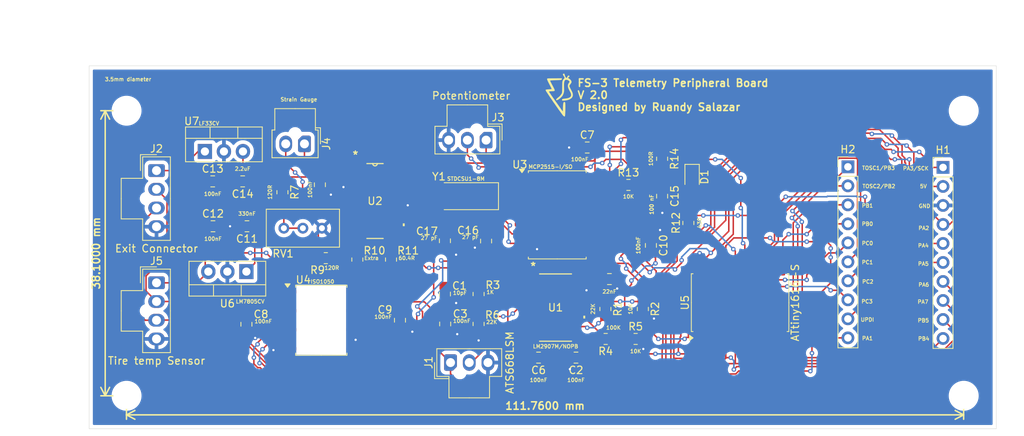
<source format=kicad_pcb>
(kicad_pcb (version 20240108) (generator "pcbnew") (generator_version "8.0")
  (title_block (title "Peripheral Board") (date "2025-02-23") (rev "2.3"))
  (layers (0 "F.Cu" signal) (31 "B.Cu" signal) (34 "B.Paste" user) (35 "F.Paste" user) (36 "B.SilkS" user "B.Silkscreen") (37 "F.SilkS" user "F.Silkscreen") (38 "B.Mask" user) (39 "F.Mask" user) (44 "Edge.Cuts" user))
  (net 0 "")
  (net 1 "Net-(J1-Pin_2)")
  (net 2 "GND")
  (net 3 "Net-(U1-IN+)")
  (net 4 "Net-(C4-Pad1)")
  (net 5 "+3V3")
  (net 6 "+5V")
  (net 7 "+12V")
  (net 8 "Net-(D1-A)")
  (net 9 "PB4")
  (net 10 "PB1")
  (net 11 "PA6")
  (net 12 "PC0")
  (net 13 "PA5")
  (net 14 "PB0")
  (net 15 "PB5")
  (net 16 "PA7")
  (net 17 "CANL")
  (net 18 "CANH")
  (net 19 "/Vin+")
  (net 20 "Net-(U1-TACH-)")
  (net 21 "Net-(U1-EMIT)")
  (net 22 "/Vin-")
  (net 23 "/RG2")
  (net 24 "/RG1")
  (net 25 "UPDI")
  (net 26 "Net-(U3-*RESET)")
  (net 31 "/VrefBG")
  (net 36 "CAN1_TX")
  (net 37 "PA2")
  (net 40 "PA1")
  (net 41 "Net-(U3-OSC2)")
  (net 42 "PA3{slash}SCK")
  (net 46 "CAN1_RX")
  (net 47 "PC3")
  (net 49 "Net-(U3-OSC1)")
  (net 50 "PA4")
  (net 51 "PC2")
  (net 52 "PC1")
  (net 53 "Net-(H2-Pin_2)")
  (net 54 "Net-(H2-Pin_1)")
  (net 55 "Net-(U5-~{RESET}{slash}PA0)")
  (footprint "Capacitor_SMD:C_0805_2012Metric_Pad1.18x1.45mm_HandSolder" (layer "F.Cu") (at 100 65.5 90)
    (property "Reference" "C9")
    (property "Value" "100nF")
  )
  (footprint "Resistor_SMD:R_0805_2012Metric_Pad1.20x1.40mm_HandSolder" (layer "F.Cu") (at 110.5 62 -90)
    (property "Reference" "R3")
    (property "Value" "1K")
  )
  (footprint "Connector_PinHeader_2.54mm:PinHeader_1x10_P2.54mm_Vertical" (layer "F.Cu") (at 159.8 45)
    (property "Reference" "H2")
    (property "Value" "Conn_01x10_MountingPin" (hide yes))
  )
  (footprint "Package_SO:SOIC-18W_7.5x11.6mm_P1.27mm" (layer "F.Cu") (at 121 51.42)
    (property "Reference" "U3")
    (property "Value" "MCP2515-I/SO")
  )
  (footprint "Capacitor_SMD:C_0805_2012Metric_Pad1.18x1.45mm_HandSolder" (layer "F.Cu") (at 106 54.8825 -90)
    (property "Reference" "C17")
    (property "Value" "27 pF")
  )
  (footprint "Package_TO_SOT_THT:TO-220-3_Vertical" (layer "F.Cu") (at 79.5 59 180)
    (property "Reference" "U6")
    (property "Value" "LM7805CV")
  )
  (footprint "Diode_SMD:D_0805_2012Metric" (layer "F.Cu") (at 139 46.3575 -90)
    (property "Reference" "D1")
    (property "Value" "D")
  )
  (footprint "Resistor_SMD:R_0805_2012Metric_Pad1.20x1.40mm_HandSolder" (layer "F.Cu") (at 132.4235 64 -90)
    (property "Reference" "R2")
    (property "Value" "10K")
  )
  (footprint "1FS_2_Global_Footprint_Library:FS_Logo_4LinesTall" (layer "F.Cu") (at 121.5 35.5)
    (property "Reference" "G***" (hide yes))
    (property "Value" "LOGO" (hide yes))
  )
  (footprint "Connector_PinHeader_2.54mm:PinHeader_1x10_P2.54mm_Vertical" (layer "F.Cu") (at 172.5 45.08)
    (property "Reference" "H1")
    (property "Value" "Conn_01x10_MountingPin" (hide yes))
  )
  (footprint "Package_TO_SOT_THT:TO-220-3_Vertical" (layer "F.Cu") (at 73.96 42.945)
    (property "Reference" "U7")
    (property "Value" "LF33CV")
  )
  (footprint "Package_SO:SOP-8_6.62x9.15mm_P2.54mm" (layer "F.Cu") (at 89.5 65.5)
    (property "Reference" "U4")
    (property "Value" "ISO1050")
  )
  (footprint "Capacitor_SMD:C_0805_2012Metric_Pad1.18x1.45mm_HandSolder" (layer "F.Cu") (at 89.3078 47.395 -90)
    (property "Reference" "C5" (hide yes))
    (property "Value" "100nF")
  )
  (footprint "Capacitor_SMD:C_0805_2012Metric_Pad1.18x1.45mm_HandSolder" (layer "F.Cu") (at 123.5 70.5 180)
    (property "Reference" "C2")
    (property "Value" "100nF")
  )
  (footprint "Capacitor_SMD:C_0805_2012Metric_Pad1.18x1.45mm_HandSolder" (layer "F.Cu") (at 106 62 -90)
    (property "Reference" "C1")
    (property "Value" "10pF")
  )
  (footprint "MountingHole:MountingHole_3.5mm" (layer "F.Cu") (at 175.26 37.5)
    (property "Reference" "REF**" (hide yes))
    (property "Value" "MountingHole_3.5mm")
  )
  (footprint "Resistor_SMD:R_0805_2012Metric_Pad1.20x1.40mm_HandSolder" (layer "F.Cu") (at 94.3078 57.395 -90)
    (property "Reference" "R10")
    (property "Value" "Extra")
  )
  (footprint "Capacitor_SMD:C_0805_2012Metric_Pad1.18x1.45mm_HandSolder" (layer "F.Cu") (at 135 48.92 -90)
    (property "Reference" "C15")
    (property "Value" "100 nF")
  )
  (footprint "Capacitor_SMD:C_0805_2012Metric_Pad1.18x1.45mm_HandSolder" (layer "F.Cu") (at 118.5 70.5 180)
    (property "Reference" "C6")
    (property "Value" "100nF")
  )
  (footprint "Capacitor_SMD:C_0805_2012Metric_Pad1.18x1.45mm_HandSolder" (layer "F.Cu") (at 79.5 66.0375 90)
    (property "Reference" "C8")
    (property "Value" "100nF")
  )
  (footprint "Capacitor_SMD:C_0805_2012Metric_Pad1.18x1.45mm_HandSolder" (layer "F.Cu") (at 79.0025 46.945 180)
    (property "Reference" "C14")
    (property "Value" "2.2uF")
  )
  (footprint "Resistor_SMD:R_0805_2012Metric_Pad1.20x1.40mm_HandSolder" (layer "F.Cu") (at 110.5 66 -90)
    (property "Reference" "R6")
    (property "Value" "22K")
  )
  (footprint "MountingHole:MountingHole_3.5mm" (layer "F.Cu") (at 175.26 75.6)
    (property "Reference" "REF**" (hide yes))
    (property "Value" "MountingHole_3.5mm")
  )
  (footprint "Resistor_SMD:R_0805_2012Metric_Pad1.20x1.40mm_HandSolder" (layer "F.Cu") (at 127.4625 68 180)
    (property "Reference" "R4")
    (property "Value" "100K")
  )
  (footprint "FS_3_Global_Footprint_Library:D16" (layer "F.Cu") (at 96.67 49.57)
    (property "Reference" "U2")
    (property "Value" "INA125U")
  )
  (footprint "Capacitor_SMD:C_0805_2012Metric_Pad1.18x1.45mm_HandSolder" (layer "F.Cu") (at 127.9625 60)
    (property "Reference" "C4" (hide yes))
    (property "Value" "22nF")
  )
  (footprint "Capacitor_SMD:C_0805_2012Metric_Pad1.18x1.45mm_HandSolder" (layer "F.Cu") (at 75.04 52.945)
    (property "Reference" "C12")
    (property "Value" "100nF")
  )
  (footprint "Resistor_SMD:R_0805_2012Metric_Pad1.20x1.40mm_HandSolder" (layer "F.Cu") (at 90.1 57.2 180)
    (property "Reference" "R9")
    (property "Value" "120R")
  )
  (footprint "Resistor_SMD:R_0805_2012Metric_Pad1.20x1.40mm_HandSolder" (layer "F.Cu") (at 135 43.92 -90)
    (property "Reference" "R14")
    (property "Value" "100R")
  )
  (footprint "Molex Nanofit:Molex_Nano-Fit_105309-xx04_1x04_P2.50mm_Vertical" (layer "F.Cu") (at 67.5 60.5)
    (property "Reference" "J5")
    (property "Value" "Tire temp Sensor")
  )
  (footprint "Molex Nanofit:Molex_Nano-Fit_105309-xx02_1x02_P2.50mm_Vertical" (layer "F.Cu") (at 87.25 41.93 -90)
    (property "Reference" "J4")
    (property "Value" "Strain Gauge")
  )
  (footprint "Capacitor_SMD:C_0805_2012Metric_Pad1.18x1.45mm_HandSolder" (layer "F.Cu") (at 111.5 54.92 -90)
    (property "Reference" "C16")
    (property "Value" "27 pF")
  )
  (footprint "Capacitor_SMD:C_0805_2012Metric_Pad1.18x1.45mm_HandSolder" (layer "F.Cu") (at 106.0375 66 -90)
    (property "Reference" "C3")
    (property "Value" "100nF")
  )
  (footprint "Molex Nanofit:Molex_Nano-Fit_105309-xx04_1x04_P2.50mm_Vertical" (layer "F.Cu") (at 67.5 45.5)
    (property "Reference" "J2")
    (property "Value" "Exit Connector")
  )
  (footprint "Potentiometer_THT:Potentiometer_Bourns_3296W_Vertical" (layer "F.Cu") (at 84.5 53.2 180)
    (property "Reference" "RV1")
    (property "Value" "200R")
  )
  (footprint "Capacitor_SMD:C_0805_2012Metric_Pad1.18x1.45mm_HandSolder" (layer "F.Cu") (at 75.0025 46.945)
    (property "Reference" "C13")
    (property "Value" "100nF")
  )
  (footprint "MountingHole:MountingHole_3.5mm" (layer "F.Cu") (at 63.5 37.5)
    (property "Reference" "REF**" (hide yes))
    (property "Value" "MountingHole_3.5mm")
  )
  (footprint "Resistor_SMD:R_0805_2012Metric_Pad1.20x1.40mm_HandSolder" (layer "F.Cu") (at 131.4625 68)
    (property "Reference" "R5")
    (property "Value" "10K")
  )
  (footprint "Capacitor_SMD:C_0805_2012Metric_Pad1.18x1.45mm_HandSolder" (layer "F.Cu") (at 133.5 55.5 -90)
    (property "Reference" "C10")
    (property "Value" "100nF")
  )
  (footprint "Resistor_SMD:R_0805_2012Metric_Pad1.20x1.40mm_HandSolder" (layer "F.Cu") (at 127.4235 64 -90)
    (property "Reference" "R1")
    (property "Value" "22K")
  )
  (footprint "Resistor_SMD:R_0805_2012Metric_Pad1.20x1.40mm_HandSolder" (layer "F.Cu") (at 138.5 52.5 90)
    (property "Reference" "R12")
    (property "Value" "430")
  )
  (footprint "Resistor_SMD:R_0805_2012Metric_Pad1.20x1.40mm_HandSolder" (layer "F.Cu") (at 130.5 47.42)
    (property "Reference" "R13")
    (property "Value" "10K")
  )
  (footprint "FS_3_Global_Footprint_Library:M14A_TEX" (layer "F.Cu") (at 120.7695 63.81)
    (property "Reference" "U1")
    (property "Value" "LM2907M/NOPB")
  )
  (footprint "Molex Nanofit:Molex_Nano-Fit_105309-xx03_1x03_P2.50mm_Vertical" (layer "F.Cu") (at 111.5 41.43 -90)
    (property "Reference" "J3")
    (property "Value" "Potentiometer")
  )
  (footprint "Resistor_SMD:R_0805_2012Metric_Pad1.20x1.40mm_HandSolder" (layer "F.Cu") (at 84.3078 48.395 -90)
    (property "Reference" "R7")
    (property "Value" "120R")
  )
  (footprint "Crystal:Crystal_SMD_5032-2Pin_5.0x3.2mm_HandSoldering" (layer "F.Cu") (at 108.6 48.92 180)
    (property "Reference" "Y1")
    (property "Value" "STDCSU1-8M")
  )
  (footprint "Capacitor_SMD:C_0805_2012Metric_Pad1.18x1.45mm_HandSolder" (layer "F.Cu") (at 79.5775 52.945 180)
    (property "Reference" "C11")
    (property "Value" "330nF")
  )
  (footprint "Molex Nanofit:Molex_Nano-Fit_105309-xx03_1x03_P2.50mm_Vertical" (layer "F.Cu") (at 106.75 71.16 90)
    (property "Reference" "J1")
    (property "Value" "ATS668LSM")
  )
  (footprint "Package_SO:SOIC-20W_7.5x12.8mm_P1.27mm" (layer "F.Cu") (at 145.405 63.15 90)
    (property "Reference" "U5")
    (property "Value" "ATtiny1616-S")
  )
  (footprint "MountingHole:MountingHole_3.5mm" (layer "F.Cu") (at 63.5 75.6)
    (property "Reference" "REF**" (hide yes))
    (property "Value" "MountingHole_3.5mm")
  )
  (footprint "Capacitor_SMD:C_0805_2012Metric_Pad1.18x1.45mm_HandSolder" (layer "F.Cu") (at 125 42.42)
    (property "Reference" "C7")
    (property "Value" "100nF")
  )
  (footprint "Resistor_SMD:R_0805_2012Metric_Pad1.20x1.40mm_HandSolder" (layer "F.Cu") (at 98.8078 57.395 -90)
    (property "Reference" "R11")
    (property "Value" "60.4R")
  )
  (gr_rect (start 58.5 31.5) (end 179.618 80) (stroke (width 0.05)) (fill none) (layer "Edge.Cuts"))
  (gr_text "PB1" (at 162.4076 50.1904 0) (layer "F.SilkS") (effects (font (size 0.5 0.5) (thickness 0.1) (bold yes))))
  (gr_text "PA1" (at 162.4076 67.9196 0) (layer "F.SilkS") (effects (font (size 0.5 0.5) (thickness 0.1) (bold yes))))
  (gr_text "PA6" (at 169.926 60.7568 0) (layer "F.SilkS") (effects (font (size 0.5 0.5) (thickness 0.1) (bold yes))))
  (gr_text "GND" (at 170.0276 50.2412 0) (layer "F.SilkS") (effects (font (size 0.5 0.5) (thickness 0.1) (bold yes))))
  (gr_text "PA3/SCK" (at 168.8592 45.212 0) (layer "F.SilkS") (effects (font (size 0.5 0.5) (thickness 0.1) (bold yes))))
  (gr_text "PA4" (at 169.8752 55.5244 0) (layer "F.SilkS") (effects (font (size 0.5 0.5) (thickness 0.1) (bold yes))))
  (gr_text "PC1" (at 162.4076 57.7596 0) (layer "F.SilkS") (effects (font (size 0.5 0.5) (thickness 0.1) (bold yes))))
  (gr_text "TOSC2/PB2" (at 163.9316 47.5996 0) (layer "F.SilkS") (effects (font (size 0.5 0.5) (thickness 0.1) (bold yes))))
  (gr_text "PA7" (at 169.8244 63.0428 0) (layer "F.SilkS") (effects (font (size 0.5 0.5) (thickness 0.1) (bold yes))))
  (gr_text "PA5" (at 169.8752 57.9628 0) (layer "F.SilkS") (effects (font (size 0.5 0.5) (thickness 0.1) (bold yes))))
  (gr_text "PC3" (at 162.3568 62.992 0) (layer "F.SilkS") (effects (font (size 0.5 0.5) (thickness 0.1) (bold yes))))
  (gr_text "PB0" (at 162.4076 52.6288 0) (layer "F.SilkS") (effects (font (size 0.5 0.5) (thickness 0.1) (bold yes))))
  (gr_text "PC2" (at 162.4584 60.3504 0) (layer "F.SilkS") (effects (font (size 0.5 0.5) (thickness 0.1) (bold yes))))
  (gr_text "5V" (at 169.8752 47.5996 0) (layer "F.SilkS") (effects (font (size 0.5 0.5) (thickness 0.1) (bold yes))))
  (gr_text "TOSC1/PB3" (at 163.8808 45.1612 0) (layer "F.SilkS") (effects (font (size 0.5 0.5) (thickness 0.1) (bold yes))))
  (gr_text "FS-3 Telemetry Peripheral Board\nV 2.0\nDesigned by Ruandy Salazar" (at 123.6 37.6 0) (layer "F.SilkS") (effects (font (size 1 1) (thickness 0.2) (bold yes)) (justify left bottom)))
  (gr_text "3.5mm diameter" (at 63.7 33.3 0) (layer "F.SilkS") (effects (font (size 0.5 0.5) (thickness 0.1) (bold yes))))
  (gr_text "PA2" (at 169.926 53.1876 0) (layer "F.SilkS") (effects (font (size 0.5 0.5) (thickness 0.1) (bold yes))))
  (gr_text "UPDI" (at 162.4076 65.4304 0) (layer "F.SilkS") (effects (font (size 0.5 0.5) (thickness 0.1) (bold yes))))
  (gr_text "PC0" (at 162.4076 55.2196 0) (layer "F.SilkS") (effects (font (size 0.5 0.5) (thickness 0.1) (bold yes))))
  (gr_text "PB4" (at 169.926 67.9704 0) (layer "F.SilkS") (effects (font (size 0.5 0.5) (thickness 0.1) (bold yes))))
  (gr_text "PB5" (at 169.8752 65.532 0) (layer "F.SilkS") (effects (font (size 0.5 0.5) (thickness 0.1) (bold yes))))
  (dimension (type aligned) (layer "F.SilkS") (pts (xy 63.49 74.300001) (xy 175.25 74.300001)) (height 3.849999) (gr_text "111.7600 mm" (at 119.37 76.95 0) (layer "F.SilkS") (effects (font (size 1 1) (thickness 0.2) (bold yes)))) (format (prefix "") (suffix "") (units 3) (units_format 1) (precision 4)) (style (thickness 0.2) (arrow_length 1.27) (text_position_mode 0) (extension_height 0.58642) (extension_offset 0.5) keep_text_aligned))
  (dimension (type aligned) (layer "F.SilkS") (pts (xy 62.649999 37.5) (xy 62.649999 75.6)) (height 1.999999) (gr_text "38.1000 mm" (at 59.45 56.55 90) (layer "F.SilkS") (effects (font (size 1 1) (thickness 0.2) (bold yes)))) (format (prefix "") (suffix "") (units 3) (units_format 1) (precision 4)) (style (thickness 0.2) (arrow_length 1.27) (text_position_mode 0) (extension_height 0.58642) (extension_offset 0.5) keep_text_aligned))
  (segment (start 108.4625 60.9625) (end 109.425 60) (width 0.2) (layer "F.Cu") (net 1))
  (segment (start 114 60) (end 118.039 60) (width 0.2) (layer "F.Cu") (net 1))
  (segment (start 108.4625 60.9625) (end 110.5 63) (width 0.2) (layer "F.Cu") (net 1))
  (segment (start 109.425 60) (end 114 60) (width 0.2) (layer "F.Cu") (net 1))
  (segment (start 114.4016 66.2984) (end 109.54 71.16) (width 0.2) (layer "F.Cu") (net 1))
  (segment (start 106 60.9625) (end 108.4625 60.9625) (width 0.2) (layer "F.Cu") (net 1))
  (segment (start 109.54 71.16) (end 109.25 71.16) (width 0.2) (layer "F.Cu") (net 1))
  (segment (start 114.4016 60) (end 114.4016 66.2984) (width 0.2) (layer "F.Cu") (net 1))
  (segment (start 114 60) (end 114.4016 60) (width 0.2) (layer "F.Cu") (net 1))
  (segment (start 106.0375 67.0375) (end 107.3219 67.0375) (width 0.2) (layer "F.Cu") (net 2))
  (segment (start 92.4922 47.665) (end 92.456 47.7012) (width 0.2) (layer "F.Cu") (net 2))
  (segment (start 132.4235 65) (end 133.6308 65) (width 0.2) (layer "F.Cu") (net 2))
  (segment (start 117.8 56.5) (end 118.3 56) (width 0.2) (layer "F.Cu") (net 2))
  (segment (start 76.5 42.945) (end 76.5 45.48) (width 0.2) (layer "F.Cu") (net 2))
  (segment (start 111.5 55.9575) (end 110.1575 55.9575) (width 0.2) (layer "F.Cu") (net 2))
  (segment (start 122.5824 42.42) (end 122.5804 42.418) (width 0.2) (layer "F.Cu") (net 2))
  (segment (start 129 61.2648) (end 129 60) (width 0.2) (layer "F.Cu") (net 2))
  (segment (start 99.0322 50.205) (end 100.9758 50.205) (width 0.2) (layer "F.Cu") (net 2))
  (segment (start 76.5 45.48) (end 77.965 46.945) (width 0.2) (layer "F.Cu") (net 2))
  (segment (start 76.0775 52.945) (end 78.54 52.945) (width 0.2) (layer "F.Cu") (net 2))
  (segment (start 106 63.0375) (end 107.3375 63.0375) (width 0.2) (layer "F.Cu") (net 2))
  (segment (start 100 66.5375) (end 101.1508 66.5375) (width 0.2) (layer "F.Cu") (net 2))
  (segment (start 122.4625 70.5) (end 122.4625 71.8149) (width 0.2) (layer "F.Cu") (net 2))
  (segment (start 124.9 61.5) (end 123.86 62.54) (width 0.2) (layer "F.Cu") (net 2))
  (segment (start 133.7007 54.4625) (end 134.7216 53.4416) (width 0.2) (layer "F.Cu") (net 2))
  (segment (start 133.5 54.4625) (end 133.7007 54.4625) (width 0.2) (layer "F.Cu") (net 2))
  (segment (start 133.6308 65) (end 133.9088 65.278) (width 0.2) (layer "F.Cu") (net 2))
  (segment (start 122.4625 71.8149) (end 122.682 72.0344) (width 0.2) (layer "F.Cu") (net 2))
  (segment (start 100.9758 50.205) (end 101.0412 50.1396) (width 0.2) (layer "F.Cu") (net 2))
  (segment (start 132.4625 68) (end 132.4625 69.3181) (width 0.2) (layer "F.Cu") (net 2))
  (segment (start 117 70.5) (end 116.34 71.16) (width 0.2) (layer "F.Cu") (net 2))
  (segment (start 116.35 56.5) (end 117.8 56.5) (width 0.2) (layer "F.Cu") (net 2))
  (segment (start 135 51.1292) (end 135.0264 51.1556) (width 0.2) (layer "F.Cu") (net 2))
  (segment (start 135 49.9575) (end 135 51.1292) (width 0.2) (layer "F.Cu") (net 2))
  (segment (start 94.025 69.31) (end 94.025 68.1794) (width 0.2) (layer "F.Cu") (net 2))
  (segment (start 79.8766 67.075) (end 80.6704 67.8688) (width 0.2) (layer "F.Cu") (net 2))
  (segment (start 123.9625 42.42) (end 122.5824 42.42) (width 0.2) (layer "F.Cu") (net 2))
  (segment (start 139.69 56.8552) (end 140.0048 56.5404) (width 0.2) (layer "F.Cu") (net 2))
  (segment (start 77.965 46.945) (end 76.04 46.945) (width 0.2) (layer "F.Cu") (net 2))
  (segment (start 89.1 57.2) (end 89.1 53.68) (width 0.2) (layer "F.Cu") (net 2))
  (segment (start 89.3078 48.4325) (end 90.4949 48.4325) (width 0.2) (layer "F.Cu") (net 2))
  (segment (start 110.5 68.2) (end 110.5 67) (width 0.2) (layer "F.Cu") (net 2))
  (segment (start 107.3375 63.0375) (end 107.5 63.2) (width 0.2) (layer "F.Cu") (net 2))
  (segment (start 110.1575 55.9575) (end 110 55.8) (width 0.2) (layer "F.Cu") (net 2))
  (segment (start 94.3078 47.665) (end 92.4922 47.665) (width 0.2) (layer "F.Cu") (net 2))
  (segment (start 79.5 67.075) (end 79.8766 67.075) (width 0.2) (layer "F.Cu") (net 2))
  (segment (start 101.1508 66.5375) (end 101.6508 67.0375) (width 0.2) (layer "F.Cu") (net 2))
  (segment (start 139.69 58.5) (end 139.69 56.8552) (width 0.2) (layer "F.Cu") (net 2))
  (segment (start 89.1 53.68) (end 89.58 53.2) (width 0.2) (layer "F.Cu") (net 2))
  (segment (start 107.3219 67.0375) (end 107.6452 67.3608) (width 0.2) (layer "F.Cu") (net 2))
  (segment (start 106 55.92) (end 106.6692 55.92) (width 0.2) (layer "F.Cu") (net 2))
  (segment (start 94.025 68.1794) (end 94.0816 68.1228) (width 0.2) (layer "F.Cu") (net 2))
  (segment (start 116.34 71.16) (end 111.75 71.16) (width 0.2) (layer "F.Cu") (net 2))
  (segment (start 117.4625 70.5) (end 117 70.5) (width 0.2) (layer "F.Cu") (net 2))
  (segment (start 123.86 62.54) (end 123.5 62.54) (width 0.2) (layer "F.Cu") (net 2))
  (segment (start 132.4625 69.3181) (end 132.4864 69.342) (width 0.2) (layer "F.Cu") (net 2))
  (segment (start 83.2932 69.31) (end 83.1088 69.4944) (width 0.2) (layer "F.Cu") (net 2))
  (segment (start 106.6692 55.92) (end 107.4928 56.7436) (width 0.2) (layer "F.Cu") (net 2))
  (segment (start 90.4949 48.4325) (end 90.7796 48.7172) (width 0.2) (layer "F.Cu") (net 2))
  (segment (start 84.975 69.31) (end 83.2932 69.31) (width 0.2) (layer "F.Cu") (net 2))
  (via (at 107.5 63.2) (size 0.6) (drill 0.3) (layers "F.Cu" "B.Cu") (net 2))
  (via (at 94.0816 68.1228) (size 0.6) (drill 0.3) (layers "F.Cu" "B.Cu") (net 2))
  (via (at 110.5 68.2) (size 0.6) (drill 0.3) (layers "F.Cu" "B.Cu") (net 2))
  (via (at 101.0412 50.1396) (size 0.6) (drill 0.3) (layers "F.Cu" "B.Cu") (net 2))
  (via (at 107.6452 67.3608) (size 0.6) (drill 0.3) (layers "F.Cu" "B.Cu") (net 2))
  (via (at 101.6508 67.0375) (size 0.6) (drill 0.3) (layers "F.Cu" "B.Cu") (net 2))
  (via (at 135.0264 51.1556) (size 0.6) (drill 0.3) (layers "F.Cu" "B.Cu") (net 2))
  (via (at 122.5804 42.418) (size 0.6) (drill 0.3) (layers "F.Cu" "B.Cu") (net 2))
  (via (at 107.4928 56.7436) (size 0.6) (drill 0.3) (layers "F.Cu" "B.Cu") (net 2))
  (via (at 132.4864 69.342) (size 0.6) (drill 0.3) (layers "F.Cu" "B.Cu") (net 2))
  (via (at 90.7796 48.7172) (size 0.6) (drill 0.3) (layers "F.Cu" "B.Cu") (net 2))
  (via (at 124.9 61.5) (size 0.6) (drill 0.3) (layers "F.Cu" "B.Cu") (net 2))
  (via (at 129 61.2648) (size 0.6) (drill 0.3) (layers "F.Cu" "B.Cu") (net 2))
  (via (at 80.6704 67.8688) (size 0.6) (drill 0.3) (layers "F.Cu" "B.Cu") (net 2))
  (via (at 140.0048 56.5404) (size 0.6) (drill 0.3) (layers "F.Cu" "B.Cu") (net 2))
  (via (at 83.1088 69.4944) (size 0.6) (drill 0.3) (layers "F.Cu" "B.Cu") (net 2))
  (via (at 77.3176 52.945) (size 0.6) (drill 0.3) (layers "F.Cu" "B.Cu") (net 2))
  (via (at 92.456 47.7012) (size 0.6) (drill 0.3) (layers "F.Cu" "B.Cu") (net 2))
  (via (at 110 55.8) (size 0.6) (drill 0.3) (layers "F.Cu" "B.Cu") (net 2))
  (via (at 118.3 56) (size 0.6) (drill 0.3) (layers "F.Cu" "B.Cu") (net 2))
  (via (at 134.7216 53.4416) (size 0.6) (drill 0.3) (layers "F.Cu" "B.Cu") (net 2))
  (via (at 122.682 72.0344) (size 0.6) (drill 0.3) (layers "F.Cu" "B.Cu") (net 2))
  (via (at 133.9088 65.278) (size 0.6) (drill 0.3) (layers "F.Cu" "B.Cu") (net 2))
  (segment (start 118.039 63.81) (end 115.8696 63.81) (width 0.2) (layer "F.Cu") (net 3))
  (segment (start 110.4625 64.9625) (end 110.5 65) (width 0.2) (layer "F.Cu") (net 3))
  (segment (start 113.792 65) (end 110.5 65) (width 0.2) (layer "F.Cu") (net 3))
  (segment (start 106.0375 64.9625) (end 110.4625 64.9625) (width 0.2) (layer "F.Cu") (net 3))
  (segment (start 118.039 62.54) (end 118.039 63.81) (width 0.2) (layer "F.Cu") (net 3))
  (segment (start 115.8696 63.81) (end 115.062 64.6176) (width 0.2) (layer "F.Cu") (net 3))
  (via (at 113.792 65) (size 0.6) (drill 0.3) (layers "F.Cu" "B.Cu") (net 3))
  (via (at 115.062 64.6176) (size 0.6) (drill 0.3) (layers "F.Cu" "B.Cu") (net 3))
  (segment (start 114.9824 64.6176) (end 114.6 65) (width 0.2) (layer "B.Cu") (net 3))
  (segment (start 114.6 65) (end 113.792 65) (width 0.2) (layer "B.Cu") (net 3))
  (segment (start 115.062 64.6176) (end 114.9824 64.6176) (width 0.2) (layer "B.Cu") (net 3))
  (segment (start 126.925 60) (end 126 60) (width 0.2) (layer "F.Cu") (net 4))
  (segment (start 118.039 61.27) (end 118.888 61.27) (width 0.2) (layer "F.Cu") (net 4))
  (segment (start 125 59) (end 121.158 59) (width 0.2) (layer "F.Cu") (net 4))
  (segment (start 118.888 61.27) (end 121.158 59) (width 0.2) (layer "F.Cu") (net 4))
  (segment (start 126 60) (end 125 59) (width 0.2) (layer "F.Cu") (net 4))
  (segment (start 126.5375 42.92) (end 126.0375 42.42) (width 0.2) (layer "F.Cu") (net 5))
  (segment (start 94.2703 46.3575) (end 94.3078 46.395) (width 0.2) (layer "F.Cu") (net 5))
  (segment (start 89.3078 46.3575) (end 85.3453 46.3575) (width 0.2) (layer "F.Cu") (net 5))
  (segment (start 137 42) (end 136.5 42) (width 0.2) (layer "F.Cu") (net 5))
  (segment (start 81.5 65) (end 79.5 65) (width 0.2) (layer "F.Cu") (net 5))
  (segment (start 123.706574 44.206574) (end 125.830926 44.206574) (width 0.2) (layer "F.Cu") (net 5))
  (segment (start 83.19 61.69) (end 84.975 61.69) (width 0.2) (layer "F.Cu") (net 5))
  (segment (start 81.534 60.034) (end 83.19 61.69) (width 0.2) (layer "F.Cu") (net 5))
  (segment (start 82.5 62.38) (end 82.5 64) (width 0.2) (layer "F.Cu") (net 5))
  (segment (start 81.534 48.861) (end 81.534 60.034) (width 0.2) (layer "F.Cu") (net 5))
  (segment (start 94.3078 44.1922) (end 94.3078 45.125) (width 0.2) (layer "F.Cu") (net 5))
  (segment (start 104.5 44.5) (end 103.5 43.5) (width 0.2) (layer "F.Cu") (net 5))
  (segment (start 95.5 44) (end 94.5 44) (width 0.2) (layer "F.Cu") (net 5))
  (segment (start 96 43.5) (end 95.5 44) (width 0.2) (layer "F.Cu") (net 5))
  (segment (start 94.3078 45.125) (end 94.3078 46.395) (width 0.2) (layer "F.Cu") (net 5))
  (segment (start 135 42.92) (end 126.5375 42.92) (width 0.2) (layer "F.Cu") (net 5))
  (segment (start 85.3453 46.3575) (end 84.3078 47.395) (width 0.2) (layer "F.Cu") (net 5))
  (segment (start 89.3078 46.3575) (end 89.3078 46.3078) (width 0.2) (layer "F.Cu") (net 5))
  (segment (start 89.3078 46.3575) (end 94.2703 46.3575) (width 0.2) (layer "F.Cu") (net 5))
  (segment (start 79.04 45.945) (end 80.04 46.945) (width 0.2) (layer "F.Cu") (net 5))
  (segment (start 87.25 44.25) (end 87.25 41.93) (width 0.2) (layer "F.Cu") (net 5))
  (segment (start 83 47.395) (end 80.49 47.395) (width 0.2) (layer "F.Cu") (net 5))
  (segment (start 125.830926 44.206574) (end 126.0375 44) (width 0.2) (layer "F.Cu") (net 5))
  (segment (start 94.5 44) (end 94.3078 44.1922) (width 0.2) (layer "F.Cu") (net 5))
  (segment (start 82.5 64) (end 81.5 65) (width 0.2) (layer "F.Cu") (net 5))
  (segment (start 84.3078 47.395) (end 83 47.395) (width 0.2) (layer "F.Cu") (net 5))
  (segment (start 135.58 42.92) (end 135 42.92) (width 0.2) (layer "F.Cu") (net 5))
  (segment (start 123.5 44) (end 123.706574 44.206574) (width 0.2) (layer "F.Cu") (net 5))
  (segment (start 137.5 43.92) (end 137.5 42.5) (width 0.2) (layer "F.Cu") (net 5))
  (segment (start 111.5 44) (end 123.5 44) (width 0.2) (layer "F.Cu") (net 5))
  (segment (start 79.04 42.945) (end 79.04 45.945) (width 0.2) (layer "F.Cu") (net 5))
  (segment (start 111 44.5) (end 104.5 44.5) (width 0.2) (layer "F.Cu") (net 5))
  (segment (start 136.5 42) (end 135.58 42.92) (width 0.2) (layer "F.Cu") (net 5))
  (segment (start 83.19 61.69) (end 82.5 62.38) (width 0.2) (layer "F.Cu") (net 5))
  (segment (start 83 47.395) (end 81.534 48.861) (width 0.2) (layer "F.Cu") (net 5))
  (segment (start 111.5 44) (end 111.5 41.43) (width 0.2) (layer "F.Cu") (net 5))
  (segment (start 137.5 42.5) (end 137 42) (width 0.2) (layer "F.Cu") (net 5))
  (segment (start 80.49 47.395) (end 80.04 46.945) (width 0.2) (layer "F.Cu") (net 5))
  (segment (start 126.0375 42.42) (end 126.0375 44) (width 0.2) (layer "F.Cu") (net 5))
  (segment (start 126.0375 45.9525) (end 125.65 46.34) (width 0.2) (layer "F.Cu") (net 5))
  (segment (start 139 45.42) (end 137.5 43.92) (width 0.2) (layer "F.Cu") (net 5))
  (segment (start 111.5 44) (end 111 44.5) (width 0.2) (layer "F.Cu") (net 5))
  (segment (start 103.5 43.5) (end 96 43.5) (width 0.2) (layer "F.Cu") (net 5))
  (segment (start 126.0375 44) (end 126.0375 45.9525) (width 0.2) (layer "F.Cu") (net 5))
  (segment (start 89.3078 46.3078) (end 87.25 44.25) (width 0.2) (layer "F.Cu") (net 5))
  (segment (start 130.9 60.7204) (end 130 61.6204) (width 0.2) (layer "F.Cu") (net 6))
  (segment (start 168.6052 45.1052) (end 171.12 47.62) (width 0.2) (layer "F.Cu") (net 6))
  (segment (start 126.5235 65.9) (end 127.4235 65) (width 0.2) (layer "F.Cu") (net 6))
  (segment (start 67.5 60.5) (end 72.92 60.5) (width 0.2) (layer "F.Cu") (net 6))
  (segment (start 98.19 61.69) (end 94.025 61.69) (width 0.2) (layer "F.Cu") (net 6))
  (segment (start 123.5 66.35) (end 124.85 66.35) (width 0.2) (layer "F.Cu") (net 6))
  (segment (start 148.3 41.2) (end 164.2 41.2) (width 0.2) (layer "F.Cu") (net 6))
  (segment (start 130 65) (end 127.4235 65) (width 0.2) (layer "F.Cu") (net 6))
  (segment (start 82.134 56.5) (end 84.2064 58.5724) (width 0.2) (layer "F.Cu") (net 6))
  (segment (start 104.35675 64.14325) (end 103.251 63.0375) (width 0.2) (layer "F.Cu") (net 6))
  (segment (start 123.5 67.62) (end 123.5 66.35) (width 0.2) (layer "F.Cu") (net 6))
  (segment (start 100.5375 63.0375) (end 100 62.5) (width 0.2) (layer "F.Cu") (net 6))
  (segment (start 164.2 41.2) (end 165 42) (width 0.2) (layer "F.Cu") (net 6))
  (segment (start 110.5 61) (end 111.5 62) (width 0.2) (layer "F.Cu") (net 6))
  (segment (start 130 61.6204) (end 130 65) (width 0.2) (layer "F.Cu") (net 6))
  (segment (start 106.75 71.16) (end 105.0125 69.4225) (width 0.2) (layer "F.Cu") (net 6))
  (segment (start 116.5375 73.5) (end 119.5375 70.5) (width 0.2) (layer "F.Cu") (net 6))
  (segment (start 134.112 57.9) (end 134.112 57.1495) (width 0.2) (layer "F.Cu") (net 6))
  (segment (start 74.0025 58.5825) (end 74.42 59) (width 0.2) (layer "F.Cu") (net 6))
  (segment (start 100 62.5) (end 99.5 62) (width 0.2) (layer "F.Cu") (net 6))
  (segment (start 111.5 63.6) (end 111.025 64.075) (width 0.2) (layer "F.Cu") (net 6))
  (segment (start 106.75 72.664214) (end 107.585786 73.5) (width 0.2) (layer "F.Cu") (net 6))
  (segment (start 99.5 62) (end 98.5 62) (width 0.2) (layer "F.Cu") (net 6))
  (segment (start 138.5 67.8) (end 138.5 57.131372) (width 0.2) (layer "F.Cu") (net 6))
  (segment (start 111.025 64.075) (end 104.425 64.075) (width 0.2) (layer "F.Cu") (net 6))
  (segment (start 123.5 68) (end 123 68.5) (width 0.2) (layer "F.Cu") (net 6))
  (segment (start 134.112 57.1495) (end 133.5 56.5375) (width 0.2) (layer "F.Cu") (net 6))
  (segment (start 123 68.5) (end 120.5 68.5) (width 0.2) (layer "F.Cu") (net 6))
  (segment (start 133 66.5) (end 130.5 66.5) (width 0.2) (layer "F.Cu") (net 6))
  (segment (start 130.9 60.2) (end 130.9 60.7204) (width 0.2) (layer "F.Cu") (net 6))
  (segment (start 105.0125 64.799) (end 104.35675 64.14325) (width 0.2) (layer "F.Cu") (net 6))
  (segment (start 105.0125 69.4225) (end 105.0125 64.799) (width 0.2) (layer "F.Cu") (net 6))
  (segment (start 138.5 67.8) (end 138.2 67.8) (width 0.2) (layer "F.Cu") (net 6))
  (segment (start 123.5 67.62) (end 123.5 68) (width 0.2) (layer "F.Cu") (net 6))
  (segment (start 90.9074 58.5724) (end 94.025 61.69) (width 0.2) (layer "F.Cu") (net 6))
  (segment (start 130.5 66.5) (end 130 66) (width 0.2) (layer "F.Cu") (net 6))
  (segment (start 171.12 47.62) (end 172.5 47.62) (width 0.2) (layer "F.Cu") (net 6))
  (segment (start 106.75 71.16) (end 106.75 72.664214) (width 0.2) (layer "F.Cu") (net 6))
  (segment (start 139.69 67.8) (end 138.5 67.8) (width 0.2) (layer "F.Cu") (net 6))
  (segment (start 107.585786 73.5) (end 116.5375 73.5) (width 0.2) (layer "F.Cu") (net 6))
  (segment (start 100 64.4625) (end 100 62.5) (width 0.2) (layer "F.Cu") (net 6))
  (segment (start 168.6052 43.135177) (end 168.6052 45.1052) (width 0.2) (layer "F.Cu") (net 6))
  (segment (start 130 66) (end 130 65) (width 0.2) (layer "F.Cu") (net 6))
  (segment (start 84.2064 58.5724) (end 90.9074 58.5724) (width 0.2) (layer "F.Cu") (net 6))
  (segment (start 80.015 56.5) (end 74.0025 56.5) (width 0.2) (layer "F.Cu") (net 6))
  (segment (start 119.5375 69.4625) (end 119.5375 70.5) (width 0.2) (layer "F.Cu") (net 6))
  (segment (start 111.5 62) (end 111.5 63.6) (width 0.2) (layer "F.Cu") (net 6))
  (segment (start 167.632444 42.162421) (end 168.6052 43.135177) (width 0.2) (layer "F.Cu") (net 6))
  (segment (start 98.5 62) (end 98.19 61.69) (width 0.2) (layer "F.Cu") (net 6))
  (segment (start 124.85 66.35) (end 125 66.5) (width 0.2) (layer "F.Cu") (net 6))
  (segment (start 104.425 64.075) (end 104.35675 64.14325) (width 0.2) (layer "F.Cu") (net 6))
  (segment (start 74.0025 52.945) (end 74.0025 56.5) (width 0.2) (layer "F.Cu") (net 6))
  (segment (start 120.5 68.5) (end 119.5375 69.4625) (width 0.2) (layer "F.Cu") (net 6))
  (segment (start 143.5 52.131372) (end 143.5 46) (width 0.2) (layer "F.Cu") (net 6))
  (segment (start 143.5 46) (end 148.3 41.2) (width 0.2) (layer "F.Cu") (net 6))
  (segment (start 138.5 57.131372) (end 143.5 52.131372) (width 0.2) (layer "F.Cu") (net 6))
  (segment (start 126.5 65.9) (end 126.5235 65.9) (width 0.2) (layer "F.Cu") (net 6))
  (segment (start 74.0025 56.5) (end 74.0025 58.5825) (width 0.2) (layer "F.Cu") (net 6))
  (segment (start 103.251 63.0375) (end 100.5375 63.0375) (width 0.2) (layer "F.Cu") (net 6))
  (segment (start 138.2 67.8) (end 138 68) (width 0.2) (layer "F.Cu") (net 6))
  (segment (start 72.92 60.5) (end 74.42 59) (width 0.2) (layer "F.Cu") (net 6))
  (segment (start 134.5 68) (end 133 66.5) (width 0.2) (layer "F.Cu") (net 6))
  (via (at 130.9 60.2) (size 0.6) (drill 0.3) (layers "F.Cu" "B.Cu") (net 6))
  (via (at 125 66.5) (size 0.6) (drill 0.3) (layers "F.Cu" "B.Cu") (net 6))
  (via (at 126.5 65.9) (size 0.6) (drill 0.3) (layers "F.Cu" "B.Cu") (net 6))
  (via (at 82.134 56.5) (size 0.6) (drill 0.3) (layers "F.Cu" "B.Cu") (net 6))
  (via (at 138 68) (size 0.6) (drill 0.3) (layers "F.Cu" "B.Cu") (net 6))
  (via (at 167.632444 42.162421) (size 0.6) (drill 0.3) (layers "F.Cu" "B.Cu") (net 6))
  (via (at 134.5 68) (size 0.6) (drill 0.3) (layers "F.Cu" "B.Cu") (net 6))
  (via (at 80.015 56.5) (size 0.6) (drill 0.3) (layers "F.Cu" "B.Cu") (net 6))
  (via (at 134.112 57.9) (size 0.6) (drill 0.3) (layers "F.Cu" "B.Cu") (net 6))
  (via (at 165 42) (size 0.6) (drill 0.3) (layers "F.Cu" "B.Cu") (net 6))
  (segment (start 133.964714 57.9) (end 134.112 57.9) (width 0.2) (layer "B.Cu") (net 6))
  (segment (start 138 68) (end 134.5 68) (width 0.2) (layer "B.Cu") (net 6))
  (segment (start 132.861243 58.238757) (end 133.625957 58.238757) (width 0.2) (layer "B.Cu") (net 6))
  (segment (start 165 42) (end 167.470023 42) (width 0.2) (layer "B.Cu") (net 6))
  (segment (start 125 66.5) (end 125.9 66.5) (width 0.2) (layer "B.Cu") (net 6))
  (segment (start 125.9 66.5) (end 126.5 65.9) (width 0.2) (layer "B.Cu") (net 6))
  (segment (start 133.625957 58.238757) (end 133.964714 57.9) (width 0.2) (layer "B.Cu") (net 6))
  (segment (start 130.9 60.2) (end 132.861243 58.238757) (width 0.2) (layer "B.Cu") (net 6))
  (segment (start 82.134 56.5) (end 80.015 56.5) (width 0.2) (layer "B.Cu") (net 6))
  (segment (start 167.470023 42) (end 167.632444 42.162421) (width 0.2) (layer "B.Cu") (net 6))
  (segment (start 71.945 46.945) (end 70.5 45.5) (width 0.2) (layer "F.Cu") (net 7))
  (segment (start 73.965 46.945) (end 71.945 46.945) (width 0.2) (layer "F.Cu") (net 7))
  (segment (start 73.96 42.945) (end 73.055 42.945) (width 0.2) (layer "F.Cu") (net 7))
  (segment (start 74.99 47.97) (end 75.64 47.97) (width 0.2) (layer "F.Cu") (net 7))
  (segment (start 70.5 45.5) (end 67.5 45.5) (width 0.2) (layer "F.Cu") (net 7))
  (segment (start 80.615 57.885) (end 79.5 59) (width 0.2) (layer "F.Cu") (net 7))
  (segment (start 80.615 52.945) (end 80.615 57.885) (width 0.2) (layer "F.Cu") (net 7))
  (segment (start 73.055 42.945) (end 70.5 45.5) (width 0.2) (layer "F.Cu") (net 7))
  (segment (start 73.965 46.945) (end 74.99 47.97) (width 0.2) (layer "F.Cu") (net 7))
  (segment (start 75.64 47.97) (end 80.615 52.945) (width 0.2) (layer "F.Cu") (net 7))
  (segment (start 136.5 46.5) (end 135 46.5) (width 0.2) (layer "F.Cu") (net 8))
  (segment (start 137.295 47.295) (end 136.5 46.5) (width 0.2) (layer "F.Cu") (net 8))
  (segment (start 135 44.92) (end 135 46.5) (width 0.2) (layer "F.Cu") (net 8))
  (segment (start 135 46.5) (end 135 47.8825) (width 0.2) (layer "F.Cu") (net 8))
  (segment (start 134.155 47.42) (end 131.5 47.42) (width 0.2) (layer "F.Cu") (net 8))
  (segment (start 139 47.295) (end 137.295 47.295) (width 0.2) (layer "F.Cu") (net 8))
  (segment (start 135 47.8825) (end 134.6175 47.8825) (width 0.2) (layer "F.Cu") (net 8))
  (segment (start 134.6175 47.8825) (end 134.155 47.42) (width 0.2) (layer "F.Cu") (net 8))
  (segment (start 169.94 70.5) (end 172.5 67.94) (width 0.2) (layer "F.Cu") (net 9))
  (segment (start 147.31 68.824999) (end 148.985001 70.5) (width 0.2) (layer "F.Cu") (net 9))
  (segment (start 148.985001 70.5) (end 169.94 70.5) (width 0.2) (layer "F.Cu") (net 9))
  (segment (start 147.31 67.8) (end 147.31 68.824999) (width 0.2) (layer "F.Cu") (net 9))
  (segment (start 152.5 68.5) (end 152.5 52.5) (width 0.2) (layer "F.Cu") (net 10))
  (segment (start 154.92 50.08) (end 159.8 50.08) (width 0.2) (layer "F.Cu") (net 10))
  (segment (start 151.82 68.5) (end 152.5 68.5) (width 0.2) (layer "F.Cu") (net 10))
  (segment (start 152.5 52.5) (end 154.92 50.08) (width 0.2) (layer "F.Cu") (net 10))
  (segment (start 151.12 67.8) (end 151.82 68.5) (width 0.2) (layer "F.Cu") (net 10))
  (segment (start 130.6 55.3144) (end 134.2 58.9144) (width 0.2) (layer "F.Cu") (net 11))
  (segment (start 109 43.4) (end 109 41.43) (width 0.2) (layer "F.Cu") (net 11))
  (segment (start 136.380942 71.0184) (end 143.0528 71.0184) (width 0.2) (layer "F.Cu") (net 11))
  (segment (start 143.5 70.5712) (end 143.5 70.5) (width 0.2) (layer "F.Cu") (net 11))
  (segment (start 144.5768 72.0852) (end 144.962 71.7) (width 0.2) (layer "F.Cu") (net 11))
  (segment (start 144.962 71.7) (end 171.497718 71.7) (width 0.2) (layer "F.Cu") (net 11))
  (segment (start 134.2 58.9144) (end 134.2 60.749036) (width 0.2) (layer "F.Cu") (net 11))
  (segment (start 127.5 44) (end 129.748529 44) (width 0.2) (layer "F.Cu") (net 11))
  (segment (start 143.5 70.5) (end 144.17 70.5) (width 0.2) (layer "F.Cu") (net 11))
  (segment (start 130.6 44.851471) (end 130.6 55.3144) (width 0.2) (layer "F.Cu") (net 11))
  (segment (start 143.5 67.8) (end 143.5 70.5) (width 0.2) (layer "F.Cu") (net 11))
  (segment (start 125.5 45) (end 110.6 45) (width 0.2) (layer "F.Cu") (net 11))
  (segment (start 134.2 60.749036) (end 136.165686 62.714722) (width 0.2) (layer "F.Cu") (net 11))
  (segment (start 136.165686 62.714722) (end 136.165686 70.803144) (width 0.2) (layer "F.Cu") (net 11))
  (segment (start 174.7206 68.477118) (end 174.7206 62.5406) (width 0.2) (layer "F.Cu") (net 11))
  (segment (start 125.4375 45) (end 125.5 45) (width 0.2) (layer "F.Cu") (net 11))
  (segment (start 110.6 45) (end 110.5 45.1) (width 0.2) (layer "F.Cu") (net 11))
  (segment (start 143.0528 71.0184) (end 143.5 70.5712) (width 0.2) (layer "F.Cu") (net 11))
  (segment (start 129.748529 44) (end 130.6 44.851471) (width 0.2) (layer "F.Cu") (net 11))
  (segment (start 127 44.5) (end 127.5 44) (width 0.2) (layer "F.Cu") (net 11))
  (segment (start 109.5 43.9) (end 109 43.4) (width 0.2) (layer "F.Cu") (net 11))
  (segment (start 171.497718 71.7) (end 174.7206 68.477118) (width 0.2) (layer "F.Cu") (net 11))
  (segment (start 136.165686 70.803144) (end 136.380942 71.0184) (width 0.2) (layer "F.Cu") (net 11))
  (segment (start 174.7206 62.5406) (end 172.5 60.32) (width 0.2) (layer "F.Cu") (net 11))
  (via (at 109.5 43.9) (size 0.6) (drill 0.3) (layers "F.Cu" "B.Cu") (net 11))
  (via (at 127 44.5) (size 0.6) (drill 0.3) (layers "F.Cu" "B.Cu") (net 11))
  (via (at 125.4375 45) (size 0.6) (drill 0.3) (layers "F.Cu" "B.Cu") (net 11))
  (via (at 110.5 45.1) (size 0.6) (drill 0.3) (layers "F.Cu" "B.Cu") (net 11))
  (via (at 144.17 70.5) (size 0.6) (drill 0.3) (layers "F.Cu" "B.Cu") (net 11))
  (via (at 144.5768 72.0852) (size 0.6) (drill 0.3) (layers "F.Cu" "B.Cu") (net 11))
  (segment (start 125.9375 44.5) (end 125.4375 45) (width 0.2) (layer "B.Cu") (net 11))
  (segment (start 144.5768 70.9068) (end 144.17 70.5) (width 0.2) (layer "B.Cu") (net 11))
  (segment (start 110.5 45.1) (end 110.5 44.9) (width 0.2) (layer "B.Cu") (net 11))
  (segment (start 144.5768 72.0852) (end 144.5768 70.9068) (width 0.2) (layer "B.Cu") (net 11))
  (segment (start 110.5 44.9) (end 109.5 43.9) (width 0.2) (layer "B.Cu") (net 11))
  (segment (start 127 44.5) (end 125.9375 44.5) (width 0.2) (layer "B.Cu") (net 11))
  (segment (start 150.425001 60.1) (end 149.85 59.524999) (width 0.2) (layer "F.Cu") (net 12))
  (segment (start 157.251471 56.5) (end 154.3 59.451471) (width 0.2) (layer "F.Cu") (net 12))
  (segment (start 158.46 56.5) (end 159.8 55.16) (width 0.2) (layer "F.Cu") (net 12))
  (segment (start 158.46 56.5) (end 157.251471 56.5) (width 0.2) (layer "F.Cu") (net 12))
  (segment (start 154.3 59.451471) (end 154.3 60.1) (width 0.2) (layer "F.Cu") (net 12))
  (segment (start 151.4 60.1) (end 150.425001 60.1) (width 0.2) (layer "F.Cu") (net 12))
  (segment (start 149.85 59.524999) (end 149.85 58.5) (width 0.2) (layer "F.Cu") (net 12))
  (via (at 151.4 60.1) (size 0.6) (drill 0.3) (layers "F.Cu" "B.Cu") (net 12))
  (via (at 154.3 60.1) (size 0.6) (drill 0.3) (layers "F.Cu" "B.Cu") (net 12))
  (segment (start 154.3 60.1) (end 151.4 60.1) (width 0.2) (layer "B.Cu") (net 12))
  (segment (start 141.5 46) (end 147.5 40) (width 0.2) (layer "F.Cu") (net 13))
  (segment (start 142.23 67.8) (end 142.23 69.335686) (width 0.2) (layer "F.Cu") (net 13))
  (segment (start 141.5 53) (end 141.5 46) (width 0.2) (layer "F.Cu") (net 13))
  (segment (start 147.5 40) (end 164 40) (width 0.2) (layer "F.Cu") (net 13))
  (segment (start 136.5 57.516648) (end 136.5 56) (width 0.2) (layer "F.Cu") (net 13))
  (segment (start 136.5 56) (end 138 54.5) (width 0.2) (layer "F.Cu") (net 13))
  (segment (start 140.965686 70.6) (end 136.604486 70.6) (width 0.2) (layer "F.Cu") (net 13))
  (segment (start 169.78 57.78) (end 172.5 57.78) (width 0.2) (layer "F.Cu") (net 13))
  (segment (start 164 40) (end 166.5 42.5) (width 0.2) (layer "F.Cu") (net 13))
  (segment (start 167 55) (end 169.78 57.78) (width 0.2) (layer "F.Cu") (net 13))
  (segment (start 138 54.5) (end 140 54.5) (width 0.2) (layer "F.Cu") (net 13))
  (segment (start 134.6 59.416648) (end 136.5 57.516648) (width 0.2) (layer "F.Cu") (net 13))
  (segment (start 134.6 60.58335) (end 134.6 59.416648) (width 0.2) (layer "F.Cu") (net 13))
  (segment (start 140 54.5) (end 141.5 53) (width 0.2) (layer "F.Cu") (net 13))
  (segment (start 166.5 43.5) (end 167 44) (width 0.2) (layer "F.Cu") (net 13))
  (segment (start 142.23 69.335686) (end 140.965686 70.6) (width 0.2) (layer "F.Cu") (net 13))
  (segment (start 167 44) (end 167 55) (width 0.2) (layer "F.Cu") (net 13))
  (segment (start 166.5 42.5) (end 166.5 43.5) (width 0.2) (layer "F.Cu") (net 13))
  (segment (start 136.565686 62.549036) (end 134.6 60.58335) (width 0.2) (layer "F.Cu") (net 13))
  (segment (start 136.565686 70.5612) (end 136.565686 62.549036) (width 0.2) (layer "F.Cu") (net 13))
  (segment (start 136.604486 70.6) (end 136.565686 70.5612) (width 0.2) (layer "F.Cu") (net 13))
  (segment (start 154.3 54) (end 155.68 52.62) (width 0.2) (layer "F.Cu") (net 14))
  (segment (start 151.12 54.78) (end 151.9 54) (width 0.2) (layer "F.Cu") (net 14))
  (segment (start 155.68 52.62) (end 159.8 52.62) (width 0.2) (layer "F.Cu") (net 14))
  (segment (start 151.12 58.5) (end 151.12 54.78) (width 0.2) (layer "F.Cu") (net 14))
  (via (at 154.3 54) (size 0.6) (drill 0.3) (layers "F.Cu" "B.Cu") (net 14))
  (via (at 151.9 54) (size 0.6) (drill 0.3) (layers "F.Cu" "B.Cu") (net 14))
  (segment (start 151.9 54) (end 154.3 54) (width 0.2) (layer "B.Cu") (net 14))
  (segment (start 146.04 68.824999) (end 148.115001 70.9) (width 0.2) (layer "F.Cu") (net 15))
  (segment (start 173.9206 66.8206) (end 172.5 65.4) (width 0.2) (layer "F.Cu") (net 15))
  (segment (start 173.9206 68.145746) (end 173.9206 66.8206) (width 0.2) (layer "F.Cu") (net 15))
  (segment (start 148.115001 70.9) (end 171.166346 70.9) (width 0.2) (layer "F.Cu") (net 15))
  (segment (start 171.166346 70.9) (end 173.9206 68.145746) (width 0.2) (layer "F.Cu") (net 15))
  (segment (start 146.04 67.8) (end 146.04 68.824999) (width 0.2) (layer "F.Cu") (net 15))
  (segment (start 135.5 70.703144) (end 135.5 62.934314) (width 0.2) (layer "F.Cu") (net 16))
  (segment (start 116.534314 57.9) (end 115.934314 58.5) (width 0.2) (layer "F.Cu") (net 16))
  (segment (start 143.218485 71.4184) (end 136.215256 71.4184) (width 0.2) (layer "F.Cu") (net 16))
  (segment (start 136.215256 71.4184) (end 135.5 70.703144) (width 0.2) (layer "F.Cu") (net 16))
  (segment (start 130.465686 57.9) (end 116.534314 57.9) (width 0.2) (layer "F.Cu") (net 16))
  (segment (start 99.0322 51.475) (end 99.0322 52.745) (width 0.2) (layer "F.Cu") (net 16))
  (segment (start 144.77 71.23) (end 144.77 67.8) (width 0.2) (layer "F.Cu") (net 16))
  (segment (start 171.332032 71.3) (end 143.336885 71.3) (width 0.2) (layer "F.Cu") (net 16))
  (segment (start 99.7338 52.745) (end 99.0322 52.745) (width 0.2) (layer "F.Cu") (net 16))
  (segment (start 101.9 56.9) (end 101.9 54.9112) (width 0.2) (layer "F.Cu") (net 16))
  (segment (start 174.3206 64.6806) (end 174.3206 68.311432) (width 0.2) (layer "F.Cu") (net 16))
  (segment (start 172.5 62.86) (end 174.3206 64.6806) (width 0.2) (layer "F.Cu") (net 16))
  (segment (start 103.5 58.5) (end 101.9 56.9) (width 0.2) (layer "F.Cu") (net 16))
  (segment (start 115.934314 58.5) (end 105.1 58.5) (width 0.2) (layer "F.Cu") (net 16))
  (segment (start 143.336885 71.3) (end 143.218485 71.4184) (width 0.2) (layer "F.Cu") (net 16))
  (segment (start 101.9 54.9112) (end 99.7338 52.745) (width 0.2) (layer "F.Cu") (net 16))
  (segment (start 174.3206 68.311432) (end 171.332032 71.3) (width 0.2) (layer "F.Cu") (net 16))
  (segment (start 135.5 62.934314) (end 130.465686 57.9) (width 0.2) (layer "F.Cu") (net 16))
  (segment (start 103.9 58.5) (end 103.5 58.5) (width 0.2) (layer "F.Cu") (net 16))
  (via (at 103.9 58.5) (size 0.6) (drill 0.3) (layers "F.Cu" "B.Cu") (net 16))
  (via (at 105.1 58.5) (size 0.6) (drill 0.3) (layers "F.Cu" "B.Cu") (net 16))
  (segment (start 103.9 58.5) (end 105.1 58.5) (width 0.2) (layer "B.Cu") (net 16))
  (segment (start 96 70) (end 94.6 71.4) (width 0.2) (layer "F.Cu") (net 17))
  (segment (start 79.934314 68.5) (end 79 68.5) (width 0.2) (layer "F.Cu") (net 17))
  (segment (start 79 68.5) (end 73.5 63) (width 0.2) (layer "F.Cu") (net 17))
  (segment (start 95.27 66.77) (end 96 67.5) (width 0.2) (layer "F.Cu") (net 17))
  (segment (start 67.5 48) (end 68.9 49.4) (width 0.2) (layer "F.Cu") (net 17))
  (segment (start 82 70.565686) (end 79.934314 68.5) (width 0.2) (layer "F.Cu") (net 17))
  (segment (start 94.6 71.4) (end 83.334314 71.4) (width 0.2) (layer "F.Cu") (net 17))
  (segment (start 66.1 61.6) (end 67.5 63) (width 0.2) (layer "F.Cu") (net 17))
  (segment (start 82.5 70.565686) (end 82 70.565686) (width 0.2) (layer "F.Cu") (net 17))
  (segment (start 96 67.5) (end 96 70) (width 0.2) (layer "F.Cu") (net 17))
  (segment (start 83.334314 71.4) (end 82.5 70.565686) (width 0.2) (layer "F.Cu") (net 17))
  (segment (start 94.025 66.77) (end 95.27 66.77) (width 0.2) (layer "F.Cu") (net 17))
  (segment (start 73.5 63) (end 67.5 63) (width 0.2) (layer "F.Cu") (net 17))
  (segment (start 68.9 49.4) (end 68.9 56.7792) (width 0.2) (layer "F.Cu") (net 17))
  (segment (start 66.1 59.5792) (end 66.1 61.6) (width 0.2) (layer "F.Cu") (net 17))
  (segment (start 68.9 56.7792) (end 66.1 59.5792) (width 0.2) (layer "F.Cu") (net 17))
  (segment (start 82.434313 71.565685) (end 82.934314 71.565685) (width 0.2) (layer "F.Cu") (net 18))
  (segment (start 96 65) (end 96 64.5) (width 0.2) (layer "F.Cu") (net 18))
  (segment (start 68.5 65.5) (end 68.5188 65.4812) (width 0.2) (layer "F.Cu") (net 18))
  (segment (start 96 64.5) (end 95.73 64.23) (width 0.2) (layer "F.Cu") (net 18))
  (segment (start 79.934314 69.065686) (end 82.434313 71.565685) (width 0.2) (layer "F.Cu") (net 18))
  (segment (start 78.834314 68.9) (end 78.834315 68.9) (width 0.2) (layer "F.Cu") (net 18))
  (segment (start 68.5188 65.4812) (end 75.415515 65.4812) (width 0.2) (layer "F.Cu") (net 18))
  (segment (start 78.834315 68.9) (end 79.000001 69.065686) (width 0.2) (layer "F.Cu") (net 18))
  (segment (start 67.5 65.5) (end 68.5 65.5) (width 0.2) (layer "F.Cu") (net 18))
  (segment (start 96.737588 65.737588) (end 96 65) (width 0.2) (layer "F.Cu") (net 18))
  (segment (start 95.73 64.23) (end 94.025 64.23) (width 0.2) (layer "F.Cu") (net 18))
  (segment (start 94.923699 71.8) (end 96.737588 69.986111) (width 0.2) (layer "F.Cu") (net 18))
  (segment (start 63.6524 63.156614) (end 65.995786 65.5) (width 0.2) (layer "F.Cu") (net 18))
  (segment (start 63.6524 54.3476) (end 63.6524 63.156614) (width 0.2) (layer "F.Cu") (net 18))
  (segment (start 75.415515 65.4812) (end 78.834314 68.9) (width 0.2) (layer "F.Cu") (net 18))
  (segment (start 83.168629 71.8) (end 94.923699 71.8) (width 0.2) (layer "F.Cu") (net 18))
  (segment (start 96.737588 69.986111) (end 96.737588 65.737588) (width 0.2) (layer "F.Cu") (net 18))
  (segment (start 67.5 50.5) (end 63.6524 54.3476) (width 0.2) (layer "F.Cu") (net 18))
  (segment (start 79.000001 69.065686) (end 79.934314 69.065686) (width 0.2) (layer "F.Cu") (net 18))
  (segment (start 82.934314 71.565685) (end 83.168629 71.8) (width 0.2) (layer "F.Cu") (net 18))
  (segment (start 65.995786 65.5) (end 67.5 65.5) (width 0.2) (layer "F.Cu") (net 18))
  (segment (start 86 45.7575) (end 84.75 44.5075) (width 0.2) (layer "F.Cu") (net 19))
  (segment (start 95.7 52.1656) (end 95.7 53.3244) (width 0.2) (layer "F.Cu") (net 19))
  (segment (start 94.3078 51.475) (end 95.0094 51.475) (width 0.2) (layer "F.Cu") (net 19))
  (segment (start 95.7 53.3244) (end 93.0268 53.3244) (width 0.2) (layer "F.Cu") (net 19))
  (segment (start 93.0268 53.3244) (end 91.1 55.2512) (width 0.2) (layer "F.Cu") (net 19))
  (segment (start 94.3078 51.475) (end 93.475 51.475) (width 0.2) (layer "F.Cu") (net 19))
  (segment (start 87 47.8) (end 87 47) (width 0.2) (layer "F.Cu") (net 19))
  (segment (start 91.5 49.5) (end 88.7 49.5) (width 0.2) (layer "F.Cu") (net 19))
  (segment (start 93.475 51.475) (end 91.5 49.5) (width 0.2) (layer "F.Cu") (net 19))
  (segment (start 84.75 44.5075) (end 84.75 41.93) (width 0.2) (layer "F.Cu") (net 19))
  (segment (start 95.0094 51.475) (end 95.7 52.1656) (width 0.2) (layer "F.Cu") (net 19))
  (segment (start 88.7 49.5) (end 87 47.8) (width 0.2) (layer "F.Cu") (net 19))
  (segment (start 91.1 55.2512) (end 91.1 57.2) (width 0.2) (layer "F.Cu") (net 19))
  (via (at 86 45.7575) (size 0.6) (drill 0.3) (layers "F.Cu" "B.Cu") (net 19))
  (via (at 87 47) (size 0.6) (drill 0.3) (layers "F.Cu" "B.Cu") (net 19))
  (segment (start 87 46.7575) (end 86 45.7575) (width 0.2) (layer "B.Cu") (net 19))
  (segment (start 87 47) (end 87 46.7575) (width 0.2) (layer "B.Cu") (net 19))
  (segment (start 129.4 63) (end 127.4235 63) (width 0.2) (layer "F.Cu") (net 20))
  (segment (start 123.5 63.81) (end 125.19 63.81) (width 0.2) (layer "F.Cu") (net 20))
  (segment (start 125.5 63.5) (end 126 63.5) (width 0.2) (layer "F.Cu") (net 20))
  (segment (start 132.4235 63) (end 131 63) (width 0.2) (layer "F.Cu") (net 20))
  (segment (start 126.5 63) (end 127.4235 63) (width 0.2) (layer "F.Cu") (net 20))
  (segment (start 126 63.5) (end 126.5 63) (width 0.2) (layer "F.Cu") (net 20))
  (segment (start 125.19 63.81) (end 125.5 63.5) (width 0.2) (layer "F.Cu") (net 20))
  (via (at 131 63) (size 0.6) (drill 0.3) (layers "F.Cu" "B.Cu") (net 20))
  (via (at 129.4 63) (size 0.6) (drill 0.3) (layers "F.Cu" "B.Cu") (net 20))
  (segment (start 131 63) (end 129.4 63) (width 0.2) (layer "B.Cu") (net 20))
  (segment (start 118.039 65.08) (end 123.5 65.08) (width 0.2) (layer "F.Cu") (net 21))
  (segment (start 128.4625 68) (end 128.047244 68) (width 0.2) (layer "F.Cu") (net 21))
  (segment (start 127.047244 67) (end 126.5 67) (width 0.2) (layer "F.Cu") (net 21))
  (segment (start 128.047244 68) (end 127.047244 67) (width 0.2) (layer "F.Cu") (net 21))
  (segment (start 124.58 65.08) (end 123.5 65.08) (width 0.2) (layer "F.Cu") (net 21))
  (segment (start 124.58 65.08) (end 126.5 67) (width 0.2) (layer "F.Cu") (net 21))
  (segment (start 130.4625 68) (end 128.4625 68) (width 0.2) (layer "F.Cu") (net 21))
  (segment (start 93.245 52.745) (end 94.3078 52.745) (width 0.2) (layer "F.Cu") (net 22))
  (segment (start 87.04 53.2) (end 84.5 53.2) (width 0.2) (layer "F.Cu") (net 22))
  (segment (start 84.3078 49.395) (end 84.3078 49.6622) (width 0.2) (layer "F.Cu") (net 22))
  (segment (start 90.6 50.1) (end 93.245 52.745) (width 0.2) (layer "F.Cu") (net 22))
  (segment (start 84.9 50.1) (end 90.6 50.1) (width 0.2) (layer "F.Cu") (net 22))
  (segment (start 84.5 50.5) (end 84.9 50.1) (width 0.2) (layer "F.Cu") (net 22))
  (segment (start 84.7456 50.1) (end 84.9 50.1) (width 0.2) (layer "F.Cu") (net 22))
  (segment (start 84.5 53.2) (end 84.5 50.5) (width 0.2) (layer "F.Cu") (net 22))
  (segment (start 84.3078 49.6622) (end 84.7456 50.1) (width 0.2) (layer "F.Cu") (net 22))
  (segment (start 98.8078 58.395) (end 99.8078 57.395) (width 0.2) (layer "F.Cu") (net 23))
  (segment (start 99.8078 57.395) (end 99.8078 54.7906) (width 0.2) (layer "F.Cu") (net 23))
  (segment (start 99.8078 54.7906) (end 99.0322 54.015) (width 0.2) (layer "F.Cu") (net 23))
  (segment (start 98.8078 58.395) (end 94.3078 58.395) (width 0.2) (layer "F.Cu") (net 23))
  (segment (start 97 55.5) (end 95.515 54.015) (width 0.2) (layer "F.Cu") (net 24))
  (segment (start 95.515 54.015) (end 94.3078 54.015) (width 0.2) (layer "F.Cu") (net 24))
  (segment (start 94.3078 54.015) (end 94.3078 56.395) (width 0.2) (layer "F.Cu") (net 24))
  (segment (start 98.8078 55.8078) (end 98.5 55.5) (width 0.2) (layer "F.Cu") (net 24))
  (segment (start 98.8078 56.395) (end 98.8078 55.8078) (width 0.2) (layer "F.Cu") (net 24))
  (segment (start 98.5 55.5) (end 97 55.5) (width 0.2) (layer "F.Cu") (net 24))
  (segment (start 138.5 51.5) (end 140.5 51.5) (width 0.2) (layer "F.Cu") (net 25))
  (segment (start 149 51.5) (end 151.5 49) (width 0.2) (layer "F.Cu") (net 25))
  (segment (start 162.0868 63.0332) (end 162.0868 49) (width 0.2) (layer "F.Cu") (net 25))
  (segment (start 145.1 51.5) (end 149 51.5) (width 0.2) (layer "F.Cu") (net 25))
  (segment (start 159.8 65.32) (end 162.0868 63.0332) (width 0.2) (layer "F.Cu") (net 25))
  (via (at 162.0868 49) (size 0.6) (drill 0.3) (layers "F.Cu" "B.Cu") (net 25))
  (via (at 140.5 51.5) (size 0.6) (drill 0.3) (layers "F.Cu" "B.Cu") (net 25))
  (via (at 151.5 49) (size 0.6) (drill 0.3) (layers "F.Cu" "B.Cu") (net 25))
  (via (at 145.1 51.5) (size 0.6) (drill 0.3) (layers "F.Cu" "B.Cu") (net 25))
  (segment (start 157.07 48.93) (end 157 49) (width 0.2) (layer "B.Cu") (net 25))
  (segment (start 151.5 49) (end 157 49) (width 0.2) (layer "B.Cu") (net 25))
  (segment (start 162.0868 49) (end 161 49) (width 0.2) (layer "B.Cu") (net 25))
  (segment (start 161 49) (end 160.93 48.93) (width 0.2) (layer "B.Cu") (net 25))
  (segment (start 160.93 48.93) (end 157.07 48.93) (width 0.2) (layer "B.Cu") (net 25))
  (segment (start 140.5 51.5) (end 145.1 51.5) (width 0.2) (layer "B.Cu") (net 25))
  (segment (start 126.917058 50.8) (end 124.5108 50.8) (width 0.2) (layer "F.Cu") (net 26))
  (segment (start 124.325 50.6142) (end 124.325 48.0394) (width 0.2) (layer "F.Cu") (net 26))
  (segment (start 129.5 48.217058) (end 126.917058 50.8) (width 0.2) (layer "F.Cu") (net 26))
  (segment (start 124.325 48.0394) (end 124.7544 47.61) (width 0.2) (layer "F.Cu") (net 26))
  (segment (start 129.5 47.42) (end 129.5 48.217058) (width 0.2) (layer "F.Cu") (net 26))
  (segment (start 124.7544 47.61) (end 125.65 47.61) (width 0.2) (layer "F.Cu") (net 26))
  (segment (start 124.5108 50.8) (end 124.325 50.6142) (width 0.2) (layer "F.Cu") (net 26))
  (segment (start 94.3078 50.205) (end 94.3078 48.935) (width 0.2) (layer "F.Cu") (net 31))
  (segment (start 94.3078 48.935) (end 99.0322 48.935) (width 0.2) (layer "F.Cu") (net 31))
  (segment (start 104.5 56.3924) (end 104.5 62.4375) (width 0.2) (layer "F.Cu") (net 36))
  (segment (start 116.35 46.34) (end 116.11 46.1) (width 0.2) (layer "F.Cu") (net 36))
  (segment (start 95.089385 72.2) (end 82.502943 72.2) (width 0.2) (layer "F.Cu") (net 36))
  (segment (start 102.2508 67.286029) (end 101.899329 67.6375) (width 0.2) (layer "F.Cu") (net 36))
  (segment (start 116.11 46.1) (end 105.27 46.1) (width 0.2) (layer "F.Cu") (net 36))
  (segment (start 81.655622 69.372778) (end 84.2584 66.77) (width 0.2) (layer "F.Cu") (net 36))
  (segment (start 101.899329 67.6375) (end 99.651885 67.6375) (width 0.2) (layer "F.Cu") (net 36))
  (segment (start 103.8352 47.5348) (end 103.8352 55.7276) (width 0.2) (layer "F.Cu") (net 36))
  (segment (start 81.542894 71.239951) (end 81.260049 71.239951) (width 0.2) (layer "F.Cu") (net 36))
  (segment (start 84.2584 66.77) (end 84.975 66.77) (width 0.2) (layer "F.Cu") (net 36))
  (segment (start 105.27 46.1) (end 103.8352 47.5348) (width 0.2) (layer "F.Cu") (net 36))
  (segment (start 102.2508 64.8304) (end 102.2508 67.286029) (width 0.2) (layer "F.Cu") (net 36))
  (segment (start 103.8352 55.7276) (end 104.5 56.3924) (width 0.2) (layer "F.Cu") (net 36))
  (segment (start 82.502943 72.2) (end 81.542894 71.239951) (width 0.2) (layer "F.Cu") (net 36))
  (segment (start 99.651885 67.6375) (end 95.089385 72.2) (width 0.2) (layer "F.Cu") (net 36))
  (segment (start 102.4128 64.6684) (end 102.2508 64.8304) (width 0.2) (layer "F.Cu") (net 36))
  (via (at 81.260049 71.239951) (size 0.6) (drill 0.3) (layers "F.Cu" "B.Cu") (net 36))
  (via (at 102.4128 64.6684) (size 0.6) (drill 0.3) (layers "F.Cu" "B.Cu") (net 36))
  (via (at 81.655622 69.372778) (size 0.6) (drill 0.3) (layers "F.Cu" "B.Cu") (net 36))
  (via (at 104.5 62.4375) (size 0.6) (drill 0.3) (layers "F.Cu" "B.Cu") (net 36))
  (segment (start 102.4128 64.6684) (end 102.4128 64.5247) (width 0.2) (layer "B.Cu") (net 36))
  (segment (start 81.260049 69.768351) (end 81.260049 71.239951) (width 0.2) (layer "B.Cu") (net 36))
  (segment (start 102.4128 64.5247) (end 104.5 62.4375) (width 0.2) (layer "B.Cu") (net 36))
  (segment (start 81.655622 69.372778) (end 81.260049 69.768351) (width 0.2) (layer "B.Cu") (net 36))
  (segment (start 143.5 41) (end 141.5 43) (width 0.2) (layer "F.Cu") (net 37))
  (segment (start 126.718529 50.15) (end 128.6 48.26853) (width 0.2) (layer "F.Cu") (net 37))
  (segment (start 142.5 57.205001) (end 142.23 57.475001) (width 0.2) (layer "F.Cu") (net 37))
  (segment (start 139.131372 43) (end 137.231372 41.1) (width 0.2) (layer "F.Cu") (net 37))
  (segment (start 168 48.2) (end 172.5 52.7) (width 0.2) (layer "F.Cu") (net 37))
  (segment (start 141.5 43) (end 139.131372 43) (width 0.2) (layer "F.Cu") (net 37))
  (segment (start 144.5 46.5) (end 144.5 54) (width 0.2) (layer "F.Cu") (net 37))
  (segment (start 164.006714 42.5) (end 148.5 42.5) (width 0.2) (layer "F.Cu") (net 37))
  (segment (start 172.5 52.7) (end 173.365685 52.7) (width 0.2) (layer "F.Cu") (net 37))
  (segment (start 142.23 57.475001) (end 142.23 58.5) (width 0.2) (layer "F.Cu") (net 37))
  (segment (start 145 41) (end 143.5 41) (width 0.2) (layer "F.Cu") (net 37))
  (segment (start 142.5 56) (end 142.5 57.205001) (width 0.2) (layer "F.Cu") (net 37))
  (segment (start 129.8 41.1) (end 129.5 41.4) (width 0.2) (layer "F.Cu") (net 37))
  (segment (start 146.9 39.1) (end 145 41) (width 0.2) (layer "F.Cu") (net 37))
  (segment (start 169.7068 39.1) (end 146.9 39.1) (width 0.2) (layer "F.Cu") (net 37))
  (segment (start 129.5 44.6) (end 128.6 45.5) (width 0.2) (layer "F.Cu") (net 37))
  (segment (start 148.5 42.5) (end 144.5 46.5) (width 0.2) (layer "F.Cu") (net 37))
  (segment (start 126.718529 50.15) (end 125.65 50.15) (width 0.2) (layer "F.Cu") (net 37))
  (segment (start 166.0652 44) (end 165.506714 44) (width 0.2) (layer "F.Cu") (net 37))
  (segment (start 173.365685 52.7) (end 174.0281 52.037585) (width 0.2) (layer "F.Cu") (net 37))
  (segment (start 174.0281 52.037585) (end 174.0281 43.4213) (width 0.2) (layer "F.Cu") (net 37))
  (segment (start 165.506714 44) (end 164.006714 42.5) (width 0.2) (layer "F.Cu") (net 37))
  (segment (start 144.5 54) (end 142.5 56) (width 0.2) (layer "F.Cu") (net 37))
  (segment (start 128.6 45.5) (end 128.6 48.26853) (width 0.2) (layer "F.Cu") (net 37))
  (segment (start 174.0281 43.4213) (end 169.7068 39.1) (width 0.2) (layer "F.Cu") (net 37))
  (segment (start 137.231372 41.1) (end 129.8 41.1) (width 0.2) (layer "F.Cu") (net 37))
  (segment (start 168 44) (end 168 48.2) (width 0.2) (layer "F.Cu") (net 37))
  (via (at 129.5 41.4) (size 0.6) (drill 0.3) (layers "F.Cu" "B.Cu") (net 37))
  (via (at 166.0652 44) (size 0.6) (drill 0.3) (layers "F.Cu" "B.Cu") (net 37))
  (via (at 168 44) (size 0.6) (drill 0.3) (layers "F.Cu" "B.Cu") (net 37))
  (via (at 129.5 44.6) (size 0.6) (drill 0.3) (layers "F.Cu" "B.Cu") (net 37))
  (segment (start 129.5 41.4) (end 129.5 44.6) (width 0.2) (layer "B.Cu") (net 37))
  (segment (start 166.0652 44) (end 168 44) (width 0.2) (layer "B.Cu") (net 37))
  (segment (start 124.654448 53.36) (end 126.766 53.36) (width 0.2) (layer "F.Cu") (net 40))
  (segment (start 135 71) (end 135 69.348529) (width 0.2) (layer "F.Cu") (net 40))
  (segment (start 156 67) (end 156.5 67.5) (width 0.2) (layer "F.Cu") (net 40))
  (segment (start 156.5 67.5) (end 155 69) (width 0.2) (layer "F.Cu") (net 40))
  (segment (start 156 62) (end 156 67) (width 0.2) (layer "F.Cu") (net 40))
  (segment (start 157.5 56) (end 157.5 55.9) (width 0.2) (layer "F.Cu") (net 40))
  (segment (start 129.5 57.3) (end 129.5 56.9) (width 0.2) (layer "F.Cu") (net 40))
  (segment (start 157.5 55.5) (end 157.5 56) (width 0.2) (layer "F.Cu") (net 40))
  (segment (start 129.5 56.9) (end 129.903 56.497) (width 0.2) (layer "F.Cu") (net 40))
  (segment (start 145.222129 72.2884) (end 144.825329 72.6852) (width 0.2) (layer "F.Cu") (net 40))
  (segment (start 154.3 55) (end 157 55) (width 0.2) (layer "F.Cu") (net 40))
  (segment (start 143.5 55.565686) (end 143.532843 55.532843) (width 0.2) (layer "F.Cu") (net 40))
  (segment (start 124.325 53.030552) (end 124.654448 53.36) (width 0.2) (layer "F.Cu") (net 40))
  (segment (start 126.766 53.36) (end 129.903 56.497) (width 0.2) (layer "F.Cu") (net 40))
  (segment (start 157.5 57.1) (end 157.5 60.5) (width 0.2) (layer "F.Cu") (net 40))
  (segment (start 125.65 51.42) (end 124.625001 51.42) (width 0.2) (layer "F.Cu") (net 40))
  (segment (start 135.1 63.5) (end 130.2 58.6) (width 0.2) (layer "F.Cu") (net 40))
  (segment (start 143.532843 55.532843) (end 144.565686 54.5) (width 0.2) (layer "F.Cu") (net 40))
  (segment (start 135 69.348529) (end 135.1 69.248529) (width 0.2) (layer "F.Cu") (net 40))
  (segment (start 156.5 67.5) (end 156.86 67.86) (width 0.2) (layer "F.Cu") (net 40))
  (segment (start 135.1 69.248529) (end 135.1 63.5) (width 0.2) (layer "F.Cu") (net 40))
  (segment (start 124.625001 51.42) (end 124.325 51.720001) (width 0.2) (layer "F.Cu") (net 40))
  (segment (start 157.5 60.5) (end 156 62) (width 0.2) (layer "F.Cu") (net 40))
  (segment (start 143.5 58.5) (end 143.5 55.565686) (width 0.2) (layer "F.Cu") (net 40))
  (segment (start 155 69) (end 155 69.9) (width 0.2) (layer "F.Cu") (net 40))
  (segment (start 154.7876 72.3) (end 154.776 72.2884) (width 0.2) (layer "F.Cu") (net 40))
  (segment (start 144.565686 54.5) (end 149.4 54.5) (width 0.2) (layer "F.Cu") (net 40))
  (segment (start 124.325 51.720001) (end 124.325 53.030552) (width 0.2) (layer "F.Cu") (net 40))
  (segment (start 144.825329 72.6852) (end 136.6852 72.6852) (width 0.2) (layer "F.Cu") (net 40))
  (segment (start 136.6852 72.6852) (end 135 71) (width 0.2) (layer "F.Cu") (net 40))
  (segment (start 154.776 72.2884) (end 145.222129 72.2884) (width 0.2) (layer "F.Cu") (net 40))
  (segment (start 156.86 67.86) (end 159.8 67.86) (width 0.2) (layer "F.Cu") (net 40))
  (segment (start 157 55) (end 157.5 55.5) (width 0.2) (layer "F.Cu") (net 40))
  (via (at 154.7876 72.3) (size 0.6) (drill 0.3) (layers "F.Cu" "B.Cu") (net 40))
  (via (at 157.5 57.1) (size 0.6) (drill 0.3) (layers "F.Cu" "B.Cu") (net 40))
  (via (at 157.5 55.9) (size 0.6) (drill 0.3) (layers "F.Cu" "B.Cu") (net 40))
  (via (at 130.2 58.6) (size 0.6) (drill 0.3) (layers "F.Cu" "B.Cu") (net 40))
  (via (at 149.4 54.5) (size 0.6) (drill 0.3) (layers "F.Cu" "B.Cu") (net 40))
  (via (at 129.5 57.3) (size 0.6) (drill 0.3) (layers "F.Cu" "B.Cu") (net 40))
  (via (at 155 69.9) (size 0.6) (drill 0.3) (layers "F.Cu" "B.Cu") (net 40))
  (via (at 154.3 55) (size 0.6) (drill 0.3) (layers "F.Cu" "B.Cu") (net 40))
  (segment (start 130.2 58.6) (end 130.2 58) (width 0.2) (layer "B.Cu") (net 40))
  (segment (start 130.2 58) (end 129.5 57.3) (width 0.2) (layer "B.Cu") (net 40))
  (segment (start 154.7876 72.3) (end 155 72.0876) (width 0.2) (layer "B.Cu") (net 40))
  (segment (start 149.9 55) (end 154.3 55) (width 0.2) (layer "B.Cu") (net 40))
  (segment (start 157.5 55.9) (end 157.5 57.1) (width 0.2) (layer "B.Cu") (net 40))
  (segment (start 149.4 54.5) (end 149.9 55) (width 0.2) (layer "B.Cu") (net 40))
  (segment (start 155 72.0876) (end 155 69.9) (width 0.2) (layer "B.Cu") (net 40))
  (segment (start 111.2 52) (end 111.2 52.0192) (width 0.2) (layer "F.Cu") (net 41))
  (segment (start 116.35 53.96) (end 114.96 53.96) (width 0.2) (layer "F.Cu") (net 41))
  (segment (start 111.2 52.0192) (end 111.2 53.5825) (width 0.2) (layer "F.Cu") (net 41))
  (segment (start 111.2 48.92) (end 111.2 52) (width 0.2) (layer "F.Cu") (net 41))
  (segment (start 111.2 53.5825) (end 111.5 53.8825) (width 0.2) (layer "F.Cu") (net 41))
  (segment (start 114.96 53.96) (end 113 52) (width 0.2) (layer "F.Cu") (net 41))
  (segment (start 113 52) (end 111.2192 52) (width 0.2) (layer "F.Cu") (net 41))
  (segment (start 111.2192 52) (end 111.2 52.0192) (width 0.2) (layer "F.Cu") (net 41))
  (segment (start 163.8724 41.8) (end 148.265686 41.8) (width 0.2) (layer "F.Cu") (net 42))
  (segment (start 140.96 57.04) (end 141.5 56.5) (width 0.2) (layer "F.Cu") (net 42))
  (segment (start 136.715432 58.715432) (end 137.6 57.830864) (width 0.2) (layer "F.Cu") (net 42))
  (segment (start 165.9 43) (end 165.565686 42.665686) (width 0.2) (layer "F.Cu") (net 42))
  (segment (start 126.9596 52.69) (end 125.65 52.69) (width 0.2) (layer "F.Cu") (net 42))
  (segment (start 142 55.5) (end 142 56) (width 0.2) (layer "F.Cu") (net 42))
  (segment (start 143.9 53.6) (end 142 55.5) (width 0.2) (layer "F.Cu") (net 42))
  (segment (start 143.9 46.165686) (end 143.9 53.6) (width 0.2) (layer "F.Cu") (net 42))
  (segment (start 171.08 45.08) (end 172.5 45.08) (width 0.2) (layer "F.Cu") (net 42))
  (segment (start 165.565686 42.665686) (end 164.738086 42.665686) (width 0.2) (layer "F.Cu") (net 42))
  (segment (start 170.5 44.5) (end 171.08 45.08) (width 0.2) (layer "F.Cu") (net 42))
  (segment (start 169.3164 43) (end 170.5 44.1836) (width 0.2) (layer "F.Cu") (net 42))
  (segment (start 164.738086 42.665686) (end 163.8724 41.8) (width 0.2) (layer "F.Cu") (net 42))
  (segment (start 142 56) (end 141.5 56.5) (width 0.2) (layer "F.Cu") (net 42))
  (segment (start 140.96 58.5) (end 140.96 57.04) (width 0.2) (layer "F.Cu") (net 42))
  (segment (start 133.35 59.0804) (end 126.9596 52.69) (width 0.2) (layer "F.Cu") (net 42))
  (segment (start 170.5 44.1836) (end 170.5 44.5) (width 0.2) (layer "F.Cu") (net 42))
  (segment (start 137.6 57.830864) (end 137.6 57.484846) (width 0.2) (layer "F.Cu") (net 42))
  (segment (start 148.265686 41.8) (end 143.9 46.165686) (width 0.2) (layer "F.Cu") (net 42))
  (via (at 136.715432 58.715432) (size 0.6) (drill 0.3) (layers "F.Cu" "B.Cu") (net 42))
  (via (at 169.3164 43) (size 0.6) (drill 0.3) (layers "F.Cu" "B.Cu") (net 42))
  (via (at 165.9 43) (size 0.6) (drill 0.3) (layers "F.Cu" "B.Cu") (net 42))
  (via (at 141.5 56.5) (size 0.6) (drill 0.3) (layers "F.Cu" "B.Cu") (net 42))
  (via (at 133.35 59.0804) (size 0.6) (drill 0.3) (layers "F.Cu" "B.Cu") (net 42))
  (via (at 137.6 57.484846) (size 0.6) (drill 0.3) (layers "F.Cu" "B.Cu") (net 42))
  (segment (start 133.9304 58.5) (end 136.5 58.5) (width 0.2) (layer "B.Cu") (net 42))
  (segment (start 137.6 57.051471) (end 137.6 57.484846) (width 0.2) (layer "B.Cu") (net 42))
  (segment (start 138.720671 55.9308) (end 137.6 57.051471) (width 0.2) (layer "B.Cu") (net 42))
  (segment (start 136.5 58.5) (end 136.715432 58.715432) (width 0.2) (layer "B.Cu") (net 42))
  (segment (start 169.3164 43) (end 165.9 43) (width 0.2) (layer "B.Cu") (net 42))
  (segment (start 140.9308 55.9308) (end 138.720671 55.9308) (width 0.2) (layer "B.Cu") (net 42))
  (segment (start 133.35 59.0804) (end 133.9304 58.5) (width 0.2) (layer "B.Cu") (net 42))
  (segment (start 141.5 56.5) (end 140.9308 55.9308) (width 0.2) (layer "B.Cu") (net 42))
  (segment (start 109.5 57.6) (end 105.6 57.6) (width 0.2) (layer "F.Cu") (net 46))
  (segment (start 105.6 57.6) (end 105.5 57.5) (width 0.2) (layer "F.Cu") (net 46))
  (segment (start 118.4 57.1) (end 110 57.1) (width 0.2) (layer "F.Cu") (net 46))
  (segment (start 98.3748 69.8748) (end 95.6496 72.6) (width 0.2) (layer "F.Cu") (net 46))
  (segment (start 117.374999 47.61) (end 119.2 49.435001) (width 0.2) (layer "F.Cu") (net 46))
  (segment (start 83 65) (end 83.77 64.23) (width 0.2) (layer "F.Cu") (net 46))
  (segment (start 110 57.1) (end 109.5 57.6) (width 0.2) (layer "F.Cu") (net 46))
  (segment (start 119.2 56.3) (end 118.4 57.1) (width 0.2) (layer "F.Cu") (net 46))
  (segment (start 103.0128 67.089715) (end 103.0128 64.354) (width 0.2) (layer "F.Cu") (net 46))
  (segment (start 83 66.5) (end 83 65) (width 0.2) (layer "F.Cu") (net 46))
  (segment (start 83.77 64.23) (end 84.975 64.23) (width 0.2) (layer "F.Cu") (net 46))
  (segment (start 100.227715 69.8748) (end 103.0128 67.089715) (width 0.2) (layer "F.Cu") (net 46))
  (segment (start 95.6496 72.6) (end 82.1 72.6) (width 0.2) (layer "F.Cu") (net 46))
  (segment (start 80.995222 68.504778) (end 83 66.5) (width 0.2) (layer "F.Cu") (net 46))
  (segment (start 82.1 72.6) (end 81.339951 71.839951) (width 0.2) (layer "F.Cu") (net 46))
  (segment (start 81.01152 71.839951) (end 80.5 71.328431) (width 0.2) (layer "F.Cu") (net 46))
  (segment (start 81.339951 71.839951) (end 81.01152 71.839951) (width 0.2) (layer "F.Cu") (net 46))
  (segment (start 98.3748 69.8748) (end 100.227715 69.8748) (width 0.2) (layer "F.Cu") (net 46))
  (segment (start 103.0128 64.354) (end 102.3112 63.6524) (width 0.2) (layer "F.Cu") (net 46))
  (segment (start 80.995222 68.712378) (end 80.995222 68.504778) (width 0.2) (layer "F.Cu") (net 46))
  (segment (start 80.5 71.328431) (end 80.5 70.5) (width 0.2) (layer "F.Cu") (net 46))
  (segment (start 119.2 49.435001) (end 119.2 56.3) (width 0.2) (layer "F.Cu") (net 46))
  (segment (start 116.35 47.61) (end 117.374999 47.61) (width 0.2) (layer "F.Cu") (net 46))
  (via (at 102.3112 63.6524) (size 0.6) (drill 0.3) (layers "F.Cu" "B.Cu") (net 46))
  (via (at 105.5 57.5) (size 0.6) (drill 0.3) (layers "F.Cu" "B.Cu") (net 46))
  (via (at 80.995222 68.712378) (size 0.6) (drill 0.3) (layers "F.Cu" "B.Cu") (net 46))
  (via (at 80.5 70.5) (size 0.6) (drill 0.3) (layers "F.Cu" "B.Cu") (net 46))
  (segment (start 80.995222 68.712378) (end 80.5 69.2076) (width 0.2) (layer "B.Cu") (net 46))
  (segment (start 105.7 60.2636) (end 105.7 57.7) (width 0.2) (layer "B.Cu") (net 46))
  (segment (start 102.3112 63.6524) (end 105.7 60.2636) (width 0.2) (layer "B.Cu") (net 46))
  (segment (start 80.5 69.2076) (end 80.5 70.5) (width 0.2) (layer "B.Cu") (net 46))
  (segment (start 105.7 57.7) (end 105.5 57.5) (width 0.2) (layer "B.Cu") (net 46))
  (segment (start 142.0876 44) (end 139 44) (width 0.2) (layer "F.Cu") (net 47))
  (segment (start 139 44) (end 139 43.434314) (width 0.2) (layer "F.Cu") (net 47))
  (segment (start 134.1664 41.5) (end 133.3464 42.32) (width 0.2) (layer "F.Cu") (net 47))
  (segment (start 157.5 61.5) (end 158.52 61.5) (width 0.2) (layer "F.Cu") (net 47))
  (segment (start 133.3464 42.32) (end 128 42.32) (width 0.2) (layer "F.Cu") (net 47))
  (segment (start 146.04 55.44) (end 146.04 58.5) (width 0.2) (layer "F.Cu") (net 47))
  (segment (start 137.065686 41.5) (end 134.1664 41.5) (width 0.2) (layer "F.Cu") (net 47))
  (segment (start 146.04 58.94) (end 148.1 61) (width 0.2) (layer "F.Cu") (net 47))
  (segment (start 145.8 55.2) (end 146.04 55.44) (width 0.2) (layer "F.Cu") (net 47))
  (segment (start 128 44.7708) (end 128.016 44.7548) (width 0.2) (layer "F.Cu") (net 47))
  (segment (start 158.52 61.5) (end 159.8 62.78) (width 0.2) (layer "F.Cu") (net 47))
  (segment (start 148.1 61) (end 151.7 61) (width 0.2) (layer "F.Cu") (net 47))
  (segment (start 125.65 48.88) (end 127.14 48.88) (width 0.2) (layer "F.Cu") (net 47))
  (segment (start 127.14 48.88) (end 128 48.02) (width 0.2) (layer "F.Cu") (net 47))
  (segment (start 128 48.02) (end 128 44.7708) (width 0.2) (layer "F.Cu") (net 47))
  (segment (start 145.5 46.5) (end 145.5 50.5) (width 0.2) (layer "F.Cu") (net 47))
  (segment (start 139 43.434314) (end 137.065686 41.5) (width 0.2) (layer "F.Cu") (net 47))
  (segment (start 146.04 58.5) (end 146.04 58.94) (width 0.2) (layer "F.Cu") (net 47))
  (via (at 128 42.32) (size 0.6) (drill 0.3) (layers "F.Cu" "B.Cu") (net 47))
  (via (at 145.8 55.2) (size 0.6) (drill 0.3) (layers "F.Cu" "B.Cu") (net 47))
  (via (at 157.5 61.5) (size 0.6) (drill 0.3) (layers "F.Cu" "B.Cu") (net 47))
  (via (at 151.7 61) (size 0.6) (drill 0.3) (layers "F.Cu" "B.Cu") (net 47))
  (via (at 145.5 50.5) (size 0.6) (drill 0.3) (layers "F.Cu" "B.Cu") (net 47))
  (via (at 128.016 44.7548) (size 0.6) (drill 0.3) (layers "F.Cu" "B.Cu") (net 47))
  (via (at 145.5 46.5) (size 0.6) (drill 0.3) (layers "F.Cu" "B.Cu") (net 47))
  (via (at 142.0876 44) (size 0.6) (drill 0.3) (layers "F.Cu" "B.Cu") (net 47))
  (segment (start 128.016 44.7548) (end 128.016 42.336) (width 0.2) (layer "B.Cu") (net 47))
  (segment (start 157 61) (end 157.5 61.5) (width 0.2) (layer "B.Cu") (net 47))
  (segment (start 145.7 55.1) (end 145.7 50.7) (width 0.2) (layer "B.Cu") (net 47))
  (segment (start 128.016 42.336) (end 128 42.32) (width 0.2) (layer "B.Cu") (net 47))
  (segment (start 145.8 55.2) (end 145.7 55.1) (width 0.2) (layer "B.Cu") (net 47))
  (segment (start 145.7 50.7) (end 145.5 50.5) (width 0.2) (layer "B.Cu") (net 47))
  (segment (start 143 44) (end 145.5 46.5) (width 0.2) (layer "B.Cu") (net 47))
  (segment (start 142.0876 44) (end 143 44) (width 0.2) (layer "B.Cu") (net 47))
  (segment (start 151.7 61) (end 157 61) (width 0.2) (layer "B.Cu") (net 47))
  (segment (start 114 52.15147) (end 114 46.5) (width 0.2) (layer "F.Cu") (net 49))
  (segment (start 114.73 55.23) (end 114.5 55) (width 0.2) (layer "F.Cu") (net 49))
  (segment (start 114.674265 52.825735) (end 114 52.15147) (width 0.2) (layer "F.Cu") (net 49))
  (segment (start 107 47.92) (end 106 48.92) (width 0.2) (layer "F.Cu") (net 49))
  (segment (start 107 47) (end 107 47.92) (width 0.2) (layer "F.Cu") (net 49))
  (segment (start 114 46.5) (end 107.5 46.5) (width 0.2) (layer "F.Cu") (net 49))
  (segment (start 107.5 46.5) (end 107 47) (width 0.2) (layer "F.Cu") (net 49))
  (segment (start 106 53.845) (end 106 48.92) (width 0.2) (layer "F.Cu") (net 49))
  (segment (start 116.35 55.23) (end 114.73 55.23) (width 0.2) (layer "F.Cu") (net 49))
  (via (at 114.5 55) (size 0.6) (drill 0.3) (layers "F.Cu" "B.Cu") (net 49))
  (via (at 114.674265 52.825735) (size 0.6) (drill 0.3) (layers "F.Cu" "B.Cu") (net 49))
  (segment (start 114.5 53) (end 114.674265 52.825735) (width 0.2) (layer "B.Cu") (net 49))
  (segment (start 114.5 55) (end 114.5 53) (width 0.2) (layer "B.Cu") (net 49))
  (segment (start 167.5 44.5) (end 167.5 53.5) (width 0.2) (layer "F.Cu") (net 50))
  (segment (start 165.674265 40.825735) (end 167.032843 42.184313) (width 0.2) (layer "F.Cu") (net 50))
  (segment (start 137.4 67.751471) (end 137.5 67.651471) (width 0.2) (layer "F.Cu") (net 50))
  (segment (start 167.5 53.5) (end 169.24 55.24) (width 0.2) (layer "F.Cu") (net 50))
  (segment (start 126 70) (end 125.5 70.5) (width 0.2) (layer "F.Cu") (net 50))
  (segment (start 167.4 44.4) (end 167.5 44.5) (width 0.2) (layer "F.Cu") (net 50))
  (segment (start 134.1 70) (end 132.5 70) (width 0.2) (layer "F.Cu") (net 50))
  (segment (start 169.24 55.24) (end 172.5 55.24) (width 0.2) (layer "F.Cu") (net 50))
  (segment (start 139.155552 70) (end 137.165686 70) (width 0.2) (layer "F.Cu") (net 50))
  (segment (start 138.032843 55.032843) (end 140.032843 55.032843) (width 0.2) (layer "F.Cu") (net 50))
  (segment (start 142 53.065686) (end 142 46.065686) (width 0.2) (layer "F.Cu") (net 50))
  (segment (start 137.5 67.651471) (end 137.5 62.917664) (width 0.2) (layer "F.Cu") (net 50))
  (segment (start 140.96 68.195552) (end 139.155552 70) (width 0.2) (layer "F.Cu") (net 50))
  (segment (start 140.032843 55.032843) (end 142 53.065686) (width 0.2) (layer "F.Cu") (net 50))
  (segment (start 135 60.417664) (end 135 59.582334) (width 0.2) (layer "F.Cu") (net 50))
  (segment (start 125.5 70.5) (end 124.5375 70.5) (width 0.2) (layer "F.Cu") (net 50))
  (segment (start 137.4 68.248529) (end 137.4 67.751471) (width 0.2) (layer "F.Cu") (net 50))
  (segment (start 137.165686 70) (end 137.165686 68.482843) (width 0.2) (layer "F.Cu") (net 50))
  (segment (start 147.565686 40.5) (end 162.9 40.5) (width 0.2) (layer "F.Cu") (net 50))
  (segment (start 137.5 62.917664) (end 135 60.417664) (width 0.2) (layer "F.Cu") (net 50))
  (segment (start 142 46.065686) (end 147.565686 40.5) (width 0.2) (layer "F.Cu") (net 50))
  (segment (start 167.032843 42.184313) (end 167.032843 43.467157) (width 0.2) (layer "F.Cu") (net 50))
  (segment (start 126.4625 68) (end 126.4625 69.5375) (width 0.2) (layer "F.Cu") (net 50))
  (segment (start 162.9 40.5) (end 163 40.6) (width 0.2) (layer "F.Cu") (net 50))
  (segment (start 137.165686 68.482843) (end 137.4 68.248529) (width 0.2) (layer "F.Cu") (net 50))
  (segment (start 137 57.582334) (end 137 56.065686) (width 0.2) (layer "F.Cu") (net 50))
  (segment (start 132.5 70) (end 131.9642 70.5358) (width 0.2) (layer "F.Cu") (net 50))
  (segment (start 131.9642 70.5358) (end 126.5358 70.5358) (width 0.2) (layer "F.Cu") (net 50))
  (segment (start 126.5358 70.5358) (end 126 70) (width 0.2) (layer "F.Cu") (net 50))
  (segment (start 167.4 43.834314) (end 167.4 44.4) (width 0.2) (layer "F.Cu") (net 50))
  (segment (start 140.96 67.8) (end 140.96 68.195552) (width 0.2) (layer "F.Cu") (net 50))
  (segment (start 135 59.582334) (end 137 57.582334) (width 0.2) (layer "F.Cu") (net 50))
  (segment (start 137 56.065686) (end 138.032843 55.032843) (width 0.2) (layer "F.Cu") (net 50))
  (segment (start 167.032843 43.467157) (end 167.4 43.834314) (width 0.2) (layer "F.Cu") (net 50))
  (segment (start 126.4625 69.5375) (end 126 70) (width 0.2) (layer "F.Cu") (net 50))
  (via (at 163 40.6) (size 0.6) (drill 0.3) (layers "F.Cu" "B.Cu") (net 50))
  (via (at 137.165686 70) (size 0.6) (drill 0.3) (layers "F.Cu" "B.Cu") (net 50))
  (via (at 165.674265 40.825735) (size 0.6) (drill 0.3) (layers "F.Cu" "B.Cu") (net 50))
  (via (at 134.1 70) (size 0.6) (drill 0.3) (layers "F.Cu" "B.Cu") (net 50))
  (segment (start 163 40.6) (end 165.44853 40.6) (width 0.2) (layer "B.Cu") (net 50))
  (segment (start 165.44853 40.6) (end 165.674265 40.825735) (width 0.2) (layer "B.Cu") (net 50))
  (segment (start 134.1 70) (end 137.165686 70) (width 0.2) (layer "B.Cu") (net 50))
  (segment (start 147.31 58.5) (end 147.31 57.624314) (width 0.2) (layer "F.Cu") (net 51))
  (segment (start 161.115686 43.45) (end 161.4868 43.821114) (width 0.2) (layer "F.Cu") (net 51))
  (segment (start 150 54.934314) (end 150 51.5) (width 0.2) (layer "F.Cu") (net 51))
  (segment (start 158.05 43.45) (end 161.115686 43.45) (width 0.2) (layer "F.Cu") (net 51))
  (segment (start 161.4868 43.821114) (end 161.4868 58.5532) (width 0.2) (layer "F.Cu") (net 51))
  (segment (start 150 51.5) (end 158.05 43.45) (width 0.2) (layer "F.Cu") (net 51))
  (segment (start 161.4868 58.5532) (end 159.8 60.24) (width 0.2) (layer "F.Cu") (net 51))
  (segment (start 147.31 57.624314) (end 150 54.934314) (width 0.2) (layer "F.Cu") (net 51))
  (segment (start 161.0868 56.4132) (end 159.8 57.7) (width 0.2) (layer "F.Cu") (net 52))
  (segment (start 150.5 51.954411) (end 158.604411 43.85) (width 0.2) (layer "F.Cu") (net 52))
  (segment (start 158.604411 43.85) (end 160.95 43.85) (width 0.2) (layer "F.Cu") (net 52))
  (segment (start 150.5 55) (end 150.5 51.954411) (width 0.2) (layer "F.Cu") (net 52))
  (segment (start 161.0868 43.9868) (end 161.0868 56.4132) (width 0.2) (layer "F.Cu") (net 52))
  (segment (start 148.58 56.92) (end 150.5 55) (width 0.2) (layer "F.Cu") (net 52))
  (segment (start 148.58 58.5) (end 148.58 56.92) (width 0.2) (layer "F.Cu") (net 52))
  (segment (start 160.95 43.85) (end 161.0868 43.9868) (width 0.2) (layer "F.Cu") (net 52))
  (segment (start 149.85 69.35) (end 149.85 67.8) (width 0.2) (layer "F.Cu") (net 53))
  (segment (start 150 69.5) (end 149.85 69.35) (width 0.2) (layer "F.Cu") (net 53))
  (segment (start 152.325735 51.825735) (end 156.60267 47.5488) (width 0.2) (layer "F.Cu") (net 53))
  (segment (start 152.065685 69.5) (end 150 69.5) (width 0.2) (layer "F.Cu") (net 53))
  (segment (start 153.1 52.937513) (end 153.1 68.465685) (width 0.2) (layer "F.Cu") (net 53))
  (segment (start 153.1 68.465685) (end 152.065685 69.5) (width 0.2) (layer "F.Cu") (net 53))
  (segment (start 156.60267 47.5488) (end 159.7912 47.5488) (width 0.2) (layer "F.Cu") (net 53))
  (segment (start 159.7912 47.5488) (end 159.8 47.54) (width 0.2) (layer "F.Cu") (net 53))
  (via (at 152.325735 51.825735) (size 0.6) (drill 0.3) (layers "F.Cu" "B.Cu") (net 53))
  (via (at 153.1 52.937513) (size 0.6) (drill 0.3) (layers "F.Cu" "B.Cu") (net 53))
  (segment (start 153.1 52.937513) (end 153.1 52.6) (width 0.2) (layer "B.Cu") (net 53))
  (segment (start 153.1 52.6) (end 152.325735 51.825735) (width 0.2) (layer "B.Cu") (net 53))
  (segment (start 152.40147 50.90147) (end 155.5 47.80294) (width 0.2) (layer "F.Cu") (net 54))
  (segment (start 157.6512 47.1488) (end 159.8 45) (width 0.2) (layer "F.Cu") (net 54))
  (segment (start 149.755001 70) (end 152.131371 70) (width 0.2) (layer "F.Cu") (net 54))
  (segment (start 153.7 52.406725) (end 153.647233 52.353958) (width 0.2) (layer "F.Cu") (net 54))
  (segment (start 148.58 67.8) (end 148.58 68.824999) (width 0.2) (layer "F.Cu") (net 54))
  (segment (start 155.5 47.80294) (end 155.5 47.8016) (width 0.2) (layer "F.Cu") (net 54))
  (segment (start 148.58 68.824999) (end 149.755001 70) (width 0.2) (layer "F.Cu") (net 54))
  (segment (start 156.1528 47.1488) (end 157.6512 47.1488) (width 0.2) (layer "F.Cu") (net 54))
  (segment (start 155.5 47.8016) (end 156.1528 47.1488) (width 0.2) (layer "F.Cu") (net 54))
  (segment (start 153.7 68.431371) (end 153.7 52.406725) (width 0.2) (layer "F.Cu") (net 54))
  (segment (start 152.131371 70) (end 153.7 68.431371) (width 0.2) (layer "F.Cu") (net 54))
  (via (at 152.40147 50.90147) (size 0.6) (drill 0.3) (layers "F.Cu" "B.Cu") (net 54))
  (via (at 153.647233 52.353958) (size 0.6) (drill 0.3) (layers "F.Cu" "B.Cu") (net 54))
  (segment (start 153.647233 52.147233) (end 152.40147 50.90147) (width 0.2) (layer "B.Cu") (net 54))
  (segment (start 153.647233 52.353958) (end 153.647233 52.147233) (width 0.2) (layer "B.Cu") (net 54))
  (segment (start 140.825735 52.825735) (end 140.15147 53.5) (width 0.2) (layer "F.Cu") (net 55))
  (segment (start 140.15147 53.5) (end 138.5 53.5) (width 0.2) (layer "F.Cu") (net 55))
  (segment (start 144.77 56.27) (end 144.5 56) (width 0.2) (layer "F.Cu") (net 55))
  (segment (start 144.77 58.5) (end 144.77 56.27) (width 0.2) (layer "F.Cu") (net 55))
  (via (at 144.5 56) (size 0.6) (drill 0.3) (layers "F.Cu" "B.Cu") (net 55))
  (via (at 140.825735 52.825735) (size 0.6) (drill 0.3) (layers "F.Cu" "B.Cu") (net 55))
  (segment (start 144.5 56) (end 141.325735 52.825735) (width 0.2) (layer "B.Cu") (net 55))
  (segment (start 141.325735 52.825735) (end 140.825735 52.825735) (width 0.2) (layer "B.Cu") (net 55))
  (zone (net 0) (net_name "") (layers "F&B.Cu") (connect_pads (clearance 0)) (min_thickness 0.25)
    (keepout (tracks not_allowed) (vias not_allowed) (pads not_allowed) (copperpour not_allowed) (footprints allowed))
    (fill (thermal_gap 0.5) (thermal_bridge_width 0.5))
    (polygon (pts (xy 86.1568 60.8584) (xy 92.8116 60.8584) (xy 92.8116 70.1548) (xy 86.1568 70.104)))
  )
  (zone (net 2) (net_name "GND") (layer "B.Cu") (connect_pads (clearance 0.5)) (min_thickness 0.25) (fill yes (thermal_gap 0.5) (thermal_bridge_width 0.5))
    (polygon (pts (xy 58.429 31.4746) (xy 58.429 79.9746) (xy 179.618 79.9492) (xy 179.618 31.4492)))
  )
)
</source>
